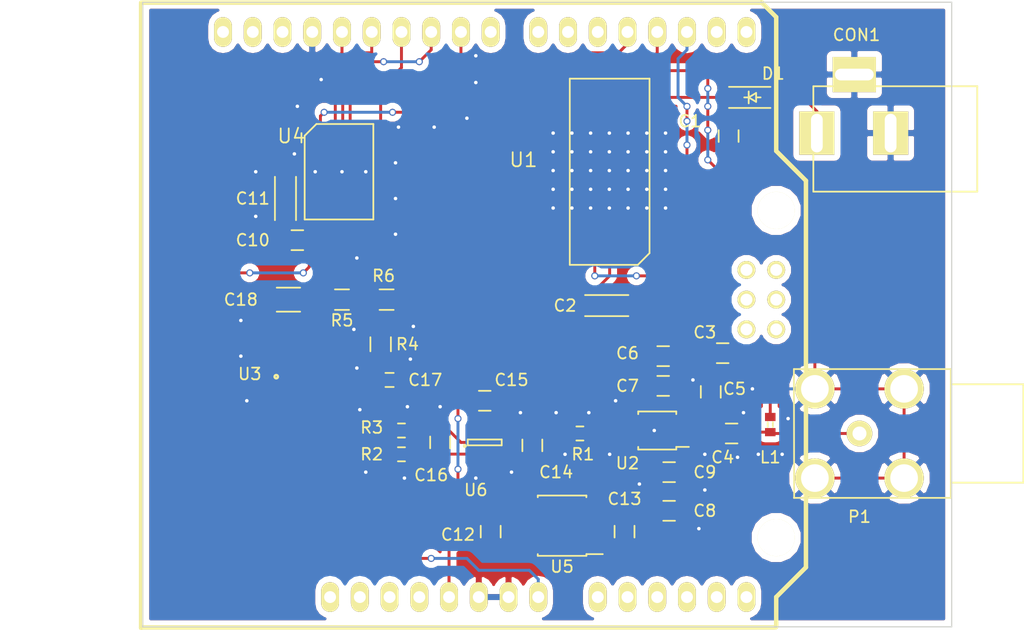
<source format=kicad_pcb>
(kicad_pcb (version 20160815) (host pcbnew 4.80~20160915-)
  (layers (0 F.Cu signal) (31 B.Cu signal) (34 B.Paste user) (35 F.Paste user) (36 B.SilkS user) (37 F.SilkS user) (38 B.Mask user) (39 F.Mask user) (44 Edge.Cuts user))
  (net 0 "")
  (net 1 "Net-(C1-Pad1)")
  (net 2 GND)
  (net 3 "Net-(C2-Pad1)")
  (net 4 "Net-(C3-Pad1)")
  (net 5 "Net-(C4-Pad1)")
  (net 6 "Net-(C4-Pad2)")
  (net 7 "Net-(C5-Pad1)")
  (net 8 "Net-(C10-Pad1)")
  (net 9 "Net-(CON1-Pad1)")
  (net 10 "Net-(SHIELD1-PadAD5)")
  (net 11 "Net-(SHIELD1-PadAD4)")
  (net 12 "Net-(SHIELD1-PadAD3)")
  (net 13 "Net-(SHIELD1-PadAD0)")
  (net 14 "Net-(SHIELD1-PadAD1)")
  (net 15 "Net-(SHIELD1-PadAD2)")
  (net 16 "Net-(SHIELD1-PadV_IN)")
  (net 17 "Net-(SHIELD1-PadRST)")
  (net 18 "Net-(SHIELD1-Pad0)")
  (net 19 "Net-(SHIELD1-Pad1)")
  (net 20 "Net-(SHIELD1-Pad2)")
  (net 21 "Net-(SHIELD1-Pad3)")
  (net 22 "Net-(SHIELD1-Pad4)")
  (net 23 "Net-(SHIELD1-Pad6)")
  (net 24 "Net-(SHIELD1-Pad7)")
  (net 25 "Net-(SHIELD1-Pad8)")
  (net 26 "Net-(SHIELD1-Pad9)")
  (net 27 "Net-(SHIELD1-Pad10)")
  (net 28 "Net-(SHIELD1-Pad11)")
  (net 29 "Net-(SHIELD1-Pad12)")
  (net 30 "Net-(SHIELD1-Pad13)")
  (net 31 "Net-(SHIELD1-PadAREF)")
  (net 32 "Net-(SHIELD1-PadSDA)")
  (net 33 "Net-(SHIELD1-PadSCL)")
  (net 34 "Net-(SHIELD1-PadIO_R)")
  (net 35 "Net-(SHIELD1-PadNC)")
  (net 36 "Net-(SHIELD1-PadSP1)")
  (net 37 "Net-(SHIELD1-PadSP2)")
  (net 38 "Net-(SHIELD1-PadSP3)")
  (net 39 "Net-(SHIELD1-PadSP4)")
  (net 40 "Net-(SHIELD1-PadSP5)")
  (net 41 "Net-(SHIELD1-PadSP6)")
  (net 42 "Net-(U1-Pad10)")
  (net 43 "Net-(U3-Pad7)")
  (net 44 "Net-(U3-Pad1)")
  (net 45 "Net-(U3-Pad3)")
  (net 46 "Net-(U3-Pad8)")
  (net 47 "Net-(U3-Pad5)")
  (net 48 "Net-(C13-Pad1)")
  (net 49 "Net-(C14-Pad1)")
  (net 50 "Net-(C16-Pad1)")
  (net 51 "Net-(C16-Pad2)")
  (net 52 "Net-(C17-Pad1)")
  (net 53 "Net-(C18-Pad1)")
  (net 54 "Net-(R1-Pad2)")
  (net 55 "Net-(R4-Pad1)")
  (net 56 "Net-(SHIELD1-Pad5)")
  (net 57 "Net-(SHIELD1-Pad3V3)")
  (net 58 "Net-(U5-Pad4)")
  (module Arduino_JRE:ARDUINO_SHIELD_Modified (layer F.Cu) (at 102.87 126.746)
    (fp_text reference SHIELD1 hide)
    (fp_text value ARDUINO_SHIELD hide)
    (pad AD5 thru_hole oval (at 63.5 -2.54 90) (size 2.54 1.524) (drill 1.016) (layers *.Cu *.Mask F.SilkS) (net 10 "Net-(SHIELD1-PadAD5)"))
    (pad AD4 thru_hole oval (at 60.96 -2.54 90) (size 2.54 1.524) (drill 1.016) (layers *.Cu *.Mask F.SilkS) (net 11 "Net-(SHIELD1-PadAD4)"))
    (pad AD3 thru_hole oval (at 58.42 -2.54 90) (size 2.54 1.524) (drill 1.016) (layers *.Cu *.Mask F.SilkS) (net 12 "Net-(SHIELD1-PadAD3)"))
    (pad AD0 thru_hole oval (at 50.8 -2.54 90) (size 2.54 1.524) (drill 1.016) (layers *.Cu *.Mask F.SilkS) (net 13 "Net-(SHIELD1-PadAD0)"))
    (pad AD1 thru_hole oval (at 53.34 -2.54 90) (size 2.54 1.524) (drill 1.016) (layers *.Cu *.Mask F.SilkS) (net 14 "Net-(SHIELD1-PadAD1)"))
    (pad AD2 thru_hole oval (at 55.88 -2.54 90) (size 2.54 1.524) (drill 1.016) (layers *.Cu *.Mask F.SilkS) (net 15 "Net-(SHIELD1-PadAD2)"))
    (pad V_IN thru_hole oval (at 45.72 -2.54 90) (size 2.54 1.524) (drill 1.016) (layers *.Cu *.Mask F.SilkS) (net 16 "Net-(SHIELD1-PadV_IN)"))
    (pad GND2 thru_hole oval (at 43.18 -2.54 90) (size 2.54 1.524) (drill 1.016) (layers *.Cu *.Mask F.SilkS) (net 2 GND))
    (pad GND1 thru_hole oval (at 40.64 -2.54 90) (size 2.54 1.524) (drill 1.016) (layers *.Cu *.Mask F.SilkS) (net 2 GND))
    (pad 3V3 thru_hole oval (at 35.56 -2.54 90) (size 2.54 1.524) (drill 1.016) (layers *.Cu *.Mask F.SilkS) (net 57 "Net-(SHIELD1-Pad3V3)"))
    (pad RST thru_hole oval (at 33.02 -2.54 90) (size 2.54 1.524) (drill 1.016) (layers *.Cu *.Mask F.SilkS) (net 17 "Net-(SHIELD1-PadRST)"))
    (pad 0 thru_hole oval (at 63.5 -50.8 90) (size 2.54 1.524) (drill 1.016) (layers *.Cu *.Mask F.SilkS) (net 18 "Net-(SHIELD1-Pad0)"))
    (pad 1 thru_hole oval (at 60.96 -50.8 90) (size 2.54 1.524) (drill 1.016) (layers *.Cu *.Mask F.SilkS) (net 19 "Net-(SHIELD1-Pad1)"))
    (pad 2 thru_hole oval (at 58.42 -50.8 90) (size 2.54 1.524) (drill 1.016) (layers *.Cu *.Mask F.SilkS) (net 20 "Net-(SHIELD1-Pad2)"))
    (pad 3 thru_hole oval (at 55.88 -50.8 90) (size 2.54 1.524) (drill 1.016) (layers *.Cu *.Mask F.SilkS) (net 21 "Net-(SHIELD1-Pad3)"))
    (pad 4 thru_hole oval (at 53.34 -50.8 90) (size 2.54 1.524) (drill 1.016) (layers *.Cu *.Mask F.SilkS) (net 22 "Net-(SHIELD1-Pad4)"))
    (pad 5 thru_hole oval (at 50.8 -50.8 90) (size 2.54 1.524) (drill 1.016) (layers *.Cu *.Mask F.SilkS) (net 56 "Net-(SHIELD1-Pad5)"))
    (pad 6 thru_hole oval (at 48.26 -50.8 90) (size 2.54 1.524) (drill 1.016) (layers *.Cu *.Mask F.SilkS) (net 23 "Net-(SHIELD1-Pad6)"))
    (pad 7 thru_hole oval (at 45.72 -50.8 90) (size 2.54 1.524) (drill 1.016) (layers *.Cu *.Mask F.SilkS) (net 24 "Net-(SHIELD1-Pad7)"))
    (pad 8 thru_hole oval (at 41.656 -50.8 90) (size 2.54 1.524) (drill 1.016) (layers *.Cu *.Mask F.SilkS) (net 25 "Net-(SHIELD1-Pad8)"))
    (pad 9 thru_hole oval (at 39.116 -50.8 90) (size 2.54 1.524) (drill 1.016) (layers *.Cu *.Mask F.SilkS) (net 26 "Net-(SHIELD1-Pad9)"))
    (pad 10 thru_hole oval (at 36.576 -50.8 90) (size 2.54 1.524) (drill 1.016) (layers *.Cu *.Mask F.SilkS) (net 27 "Net-(SHIELD1-Pad10)"))
    (pad 11 thru_hole oval (at 34.036 -50.8 90) (size 2.54 1.524) (drill 1.016) (layers *.Cu *.Mask F.SilkS) (net 28 "Net-(SHIELD1-Pad11)"))
    (pad 12 thru_hole oval (at 31.496 -50.8 90) (size 2.54 1.524) (drill 1.016) (layers *.Cu *.Mask F.SilkS) (net 29 "Net-(SHIELD1-Pad12)"))
    (pad 13 thru_hole oval (at 28.956 -50.8 90) (size 2.54 1.524) (drill 1.016) (layers *.Cu *.Mask F.SilkS) (net 30 "Net-(SHIELD1-Pad13)"))
    (pad GND3 thru_hole oval (at 26.416 -50.8 90) (size 2.54 1.524) (drill 1.016) (layers *.Cu *.Mask F.SilkS) (net 2 GND))
    (pad AREF thru_hole oval (at 23.876 -50.8 90) (size 2.54 1.524) (drill 1.016) (layers *.Cu *.Mask F.SilkS) (net 31 "Net-(SHIELD1-PadAREF)"))
    (pad 5V thru_hole oval (at 38.1 -2.54 90) (size 2.54 1.524) (drill 1.016) (layers *.Cu *.Mask F.SilkS) (net 8 "Net-(C10-Pad1)"))
    (pad "" np_thru_hole circle (at 66.04 -7.62 90) (size 3.175 3.175) (drill 3.175) (layers *.Cu *.Mask F.SilkS))
    (pad "" np_thru_hole circle (at 66.04 -35.56 90) (size 3.175 3.175) (drill 3.175) (layers *.Cu *.Mask F.SilkS))
    (pad SDA thru_hole oval (at 21.336 -50.8 90) (size 2.54 1.524) (drill 1.016) (layers *.Cu *.Mask F.SilkS) (net 32 "Net-(SHIELD1-PadSDA)"))
    (pad SCL thru_hole oval (at 18.796 -50.8 90) (size 2.54 1.524) (drill 1.016) (layers *.Cu *.Mask F.SilkS) (net 33 "Net-(SHIELD1-PadSCL)"))
    (pad IO_R thru_hole oval (at 30.48 -2.54 90) (size 2.54 1.524) (drill 1.016) (layers *.Cu *.Mask F.SilkS) (net 34 "Net-(SHIELD1-PadIO_R)"))
    (pad NC thru_hole oval (at 27.94 -2.54 90) (size 2.54 1.524) (drill 1.016) (layers *.Cu *.Mask F.SilkS) (net 35 "Net-(SHIELD1-PadNC)"))
    (pad SP1 thru_hole circle (at 63.5 -30.48 90) (size 1.524 1.524) (drill 1.016) (layers *.Cu *.Mask F.SilkS) (net 36 "Net-(SHIELD1-PadSP1)"))
    (pad SP2 thru_hole circle (at 66.04 -30.48 90) (size 1.524 1.524) (drill 1.016) (layers *.Cu *.Mask F.SilkS) (net 37 "Net-(SHIELD1-PadSP2)"))
    (pad SP3 thru_hole circle (at 63.5 -27.94 90) (size 1.524 1.524) (drill 1.016) (layers *.Cu *.Mask F.SilkS) (net 38 "Net-(SHIELD1-PadSP3)"))
    (pad SP4 thru_hole circle (at 66.04 -27.94 90) (size 1.524 1.524) (drill 1.016) (layers *.Cu *.Mask F.SilkS) (net 39 "Net-(SHIELD1-PadSP4)"))
    (pad SP5 thru_hole circle (at 63.5 -25.4 90) (size 1.524 1.524) (drill 1.016) (layers *.Cu *.Mask F.SilkS) (net 40 "Net-(SHIELD1-PadSP5)"))
    (pad SP6 thru_hole circle (at 66.04 -25.4 90) (size 1.524 1.524) (drill 1.016) (layers *.Cu *.Mask F.SilkS) (net 41 "Net-(SHIELD1-PadSP6)"))
  )
  (module Vias:Via_0.6mm (layer F.Cu) (at 123.698 107.442)
    (fp_text reference Via** hide)
    (fp_text value Via_0.6mm hide)
    (pad 1 thru_hole circle (at 0 0) (size 0.6 0.6) (drill 0.3) (layers *.Cu) (net 2 GND))
  )
  (module Vias:Via_0.6mm (layer F.Cu) (at 123.19 103.632)
    (fp_text reference Via** hide)
    (fp_text value Via_0.6mm hide)
    (pad 1 thru_hole circle (at 0 0) (size 0.6 0.6) (drill 0.3) (layers *.Cu) (net 2 GND))
  )
  (module Vias:Via_0.6mm (layer F.Cu) (at 123.19 100.584)
    (fp_text reference Via** hide)
    (fp_text value Via_0.6mm hide)
    (pad 1 thru_hole circle (at 0 0) (size 0.6 0.6) (drill 0.3) (layers *.Cu) (net 2 GND))
  )
  (module Vias:Via_0.6mm (layer F.Cu) (at 124.46 91.694)
    (fp_text reference Via** hide)
    (fp_text value Via_0.6mm hide)
    (pad 1 thru_hole circle (at 0 0) (size 0.6 0.6) (drill 0.3) (layers *.Cu) (net 2 GND))
  )
  (module Vias:Via_0.6mm (layer F.Cu) (at 124.46 87.884)
    (fp_text reference Via** hide)
    (fp_text value Via_0.6mm hide)
    (pad 1 thru_hole circle (at 0 0) (size 0.6 0.6) (drill 0.3) (layers *.Cu) (net 2 GND))
  )
  (module Vias:Via_0.6mm (layer F.Cu) (at 161.798 105.664)
    (fp_text reference Via** hide)
    (fp_text value Via_0.6mm hide)
    (pad 1 thru_hole circle (at 0 0) (size 0.6 0.6) (drill 0.3) (layers *.Cu) (net 2 GND))
  )
  (module Vias:Via_0.6mm (layer F.Cu) (at 157.226 114.554)
    (fp_text reference Via** hide)
    (fp_text value Via_0.6mm hide)
    (pad 1 thru_hole circle (at 0 0) (size 0.6 0.6) (drill 0.3) (layers *.Cu) (net 2 GND))
  )
  (module Vias:Via_0.6mm (layer F.Cu) (at 162.306 118.364)
    (fp_text reference Via** hide)
    (fp_text value Via_0.6mm hide)
    (pad 1 thru_hole circle (at 0 0) (size 0.6 0.6) (drill 0.3) (layers *.Cu) (net 2 GND))
  )
  (module Vias:Via_0.6mm (layer F.Cu) (at 162.814 115.062)
    (fp_text reference Via** hide)
    (fp_text value Via_0.6mm hide)
    (pad 1 thru_hole circle (at 0 0) (size 0.6 0.6) (drill 0.3) (layers *.Cu) (net 2 GND))
  )
  (module Vias:Via_0.6mm (layer F.Cu) (at 155.194 107.442)
    (fp_text reference Via** hide)
    (fp_text value Via_0.6mm hide)
    (pad 1 thru_hole circle (at 0 0) (size 0.6 0.6) (drill 0.3) (layers *.Cu) (net 2 GND))
  )
  (module Vias:Via_0.6mm (layer F.Cu) (at 150.876 112.014)
    (fp_text reference Via** hide)
    (fp_text value Via_0.6mm hide)
    (pad 1 thru_hole circle (at 0 0) (size 0.6 0.6) (drill 0.3) (layers *.Cu) (net 2 GND))
  )
  (module Vias:Via_0.6mm (layer F.Cu) (at 154.686 112.014)
    (fp_text reference Via** hide)
    (fp_text value Via_0.6mm hide)
    (pad 1 thru_hole circle (at 0 0) (size 0.6 0.6) (drill 0.3) (layers *.Cu) (net 2 GND))
  )
  (module Vias:Via_0.6mm (layer F.Cu) (at 152.908 108.458)
    (fp_text reference Via** hide)
    (fp_text value Via_0.6mm hide)
    (pad 1 thru_hole circle (at 0 0) (size 0.6 0.6) (drill 0.3) (layers *.Cu) (net 2 GND))
  )
  (module Vias:Via_0.6mm (layer F.Cu) (at 150.114 108.458)
    (fp_text reference Via** hide)
    (fp_text value Via_0.6mm hide)
    (pad 1 thru_hole circle (at 0 0) (size 0.6 0.6) (drill 0.3) (layers *.Cu) (net 2 GND))
  )
  (module Vias:Via_0.6mm (layer F.Cu) (at 147.066 108.458)
    (fp_text reference Via** hide)
    (fp_text value Via_0.6mm hide)
    (pad 1 thru_hole circle (at 0 0) (size 0.6 0.6) (drill 0.3) (layers *.Cu) (net 2 GND))
  )
  (module Vias:Via_0.6mm (layer F.Cu) (at 143.256 114.046)
    (fp_text reference Via** hide)
    (fp_text value Via_0.6mm hide)
    (pad 1 thru_hole circle (at 0 0) (size 0.6 0.6) (drill 0.3) (layers *.Cu) (net 2 GND))
  )
  (module Vias:Via_0.6mm (layer F.Cu) (at 146.304 113.538)
    (fp_text reference Via** hide)
    (fp_text value Via_0.6mm hide)
    (pad 1 thru_hole circle (at 0 0) (size 0.6 0.6) (drill 0.3) (layers *.Cu) (net 2 GND))
  )
  (module Vias:Via_0.6mm (layer F.Cu) (at 137.922 101.092)
    (fp_text reference Via** hide)
    (fp_text value Via_0.6mm hide)
    (pad 1 thru_hole circle (at 0 0) (size 0.6 0.6) (drill 0.3) (layers *.Cu) (net 2 GND))
  )
  (module Vias:Via_0.6mm (layer F.Cu) (at 137.668 103.886)
    (fp_text reference Via** hide)
    (fp_text value Via_0.6mm hide)
    (pad 1 thru_hole circle (at 0 0) (size 0.6 0.6) (drill 0.3) (layers *.Cu) (net 2 GND))
  )
  (module Vias:Via_0.6mm (layer F.Cu) (at 140.208 107.95)
    (fp_text reference Via** hide)
    (fp_text value Via_0.6mm hide)
    (pad 1 thru_hole circle (at 0 0) (size 0.6 0.6) (drill 0.3) (layers *.Cu) (net 2 GND))
  )
  (module Vias:Via_0.6mm (layer F.Cu) (at 137.414 107.95)
    (fp_text reference Via** hide)
    (fp_text value Via_0.6mm hide)
    (pad 1 thru_hole circle (at 0 0) (size 0.6 0.6) (drill 0.3) (layers *.Cu) (net 2 GND))
  )
  (module Vias:Via_0.6mm (layer F.Cu) (at 137.16 114.046)
    (fp_text reference Via** hide)
    (fp_text value Via_0.6mm hide)
    (pad 1 thru_hole circle (at 0 0) (size 0.6 0.6) (drill 0.3) (layers *.Cu) (net 2 GND))
  )
  (module Vias:Via_0.6mm (layer F.Cu) (at 133.858 113.538)
    (fp_text reference Via** hide)
    (fp_text value Via_0.6mm hide)
    (pad 1 thru_hole circle (at 0 0) (size 0.6 0.6) (drill 0.3) (layers *.Cu) (net 2 GND))
  )
  (module Vias:Via_0.6mm (layer F.Cu) (at 133.35 108.204)
    (fp_text reference Via** hide)
    (fp_text value Via_0.6mm hide)
    (pad 1 thru_hole circle (at 0 0) (size 0.6 0.6) (drill 0.3) (layers *.Cu) (net 2 GND))
  )
  (module Vias:Via_0.6mm (layer F.Cu) (at 133.096 104.648)
    (fp_text reference Via** hide)
    (fp_text value Via_0.6mm hide)
    (pad 1 thru_hole circle (at 0 0) (size 0.6 0.6) (drill 0.3) (layers *.Cu) (net 2 GND))
  )
  (module Vias:Via_0.6mm (layer F.Cu) (at 132.842 101.346)
    (fp_text reference Via** hide)
    (fp_text value Via_0.6mm hide)
    (pad 1 thru_hole circle (at 0 0) (size 0.6 0.6) (drill 0.3) (layers *.Cu) (net 2 GND))
  )
  (module Vias:Via_0.6mm (layer F.Cu) (at 133.858 87.884)
    (fp_text reference Via** hide)
    (fp_text value Via_0.6mm hide)
    (pad 1 thru_hole circle (at 0 0) (size 0.6 0.6) (drill 0.3) (layers *.Cu) (net 2 GND))
  )
  (module Vias:Via_0.6mm (layer F.Cu) (at 131.826 87.884)
    (fp_text reference Via** hide)
    (fp_text value Via_0.6mm hide)
    (pad 1 thru_hole circle (at 0 0) (size 0.6 0.6) (drill 0.3) (layers *.Cu) (net 2 GND))
  )
  (module Vias:Via_0.6mm (layer F.Cu) (at 129.54 87.884)
    (fp_text reference Via** hide)
    (fp_text value Via_0.6mm hide)
    (pad 1 thru_hole circle (at 0 0) (size 0.6 0.6) (drill 0.3) (layers *.Cu) (net 2 GND))
  )
  (module Vias:Via_0.6mm (layer F.Cu) (at 127.762 86.36)
    (fp_text reference Via** hide)
    (fp_text value Via_0.6mm hide)
    (pad 1 thru_hole circle (at 0 0) (size 0.6 0.6) (drill 0.3) (layers *.Cu) (net 2 GND))
  )
  (module Vias:Via_0.6mm (layer F.Cu) (at 128.016 82.296)
    (fp_text reference Via** hide)
    (fp_text value Via_0.6mm hide)
    (pad 1 thru_hole circle (at 0 0) (size 0.6 0.6) (drill 0.3) (layers *.Cu) (net 2 GND))
  )
  (module Vias:Via_0.6mm (layer F.Cu) (at 130.048 80.01)
    (fp_text reference Via** hide)
    (fp_text value Via_0.6mm hide)
    (pad 1 thru_hole circle (at 0 0) (size 0.6 0.6) (drill 0.3) (layers *.Cu) (net 2 GND))
  )
  (module Vias:Via_0.6mm (layer F.Cu) (at 143.256 77.978)
    (fp_text reference Via** hide)
    (fp_text value Via_0.6mm hide)
    (pad 1 thru_hole circle (at 0 0) (size 0.6 0.6) (drill 0.3) (layers *.Cu) (net 2 GND))
  )
  (module Vias:Via_0.6mm (layer F.Cu) (at 143.256 80.264)
    (fp_text reference Via** hide)
    (fp_text value Via_0.6mm hide)
    (pad 1 thru_hole circle (at 0 0) (size 0.6 0.6) (drill 0.3) (layers *.Cu) (net 2 GND))
  )
  (module Vias:Via_0.6mm (layer F.Cu) (at 142.494 83.312)
    (fp_text reference Via** hide)
    (fp_text value Via_0.6mm hide)
    (pad 1 thru_hole circle (at 0 0) (size 0.6 0.6) (drill 0.3) (layers *.Cu) (net 2 GND))
  )
  (module Vias:Via_0.6mm (layer F.Cu) (at 139.7 84.074)
    (fp_text reference Via** hide)
    (fp_text value Via_0.6mm hide)
    (pad 1 thru_hole circle (at 0 0) (size 0.6 0.6) (drill 0.3) (layers *.Cu) (net 2 GND))
  )
  (module Vias:Via_0.6mm (layer F.Cu) (at 136.652 84.074)
    (fp_text reference Via** hide)
    (fp_text value Via_0.6mm hide)
    (pad 1 thru_hole circle (at 0 0) (size 0.6 0.6) (drill 0.3) (layers *.Cu) (net 2 GND))
  )
  (module Vias:Via_0.6mm (layer F.Cu) (at 136.398 87.122)
    (fp_text reference Via** hide)
    (fp_text value Via_0.6mm hide)
    (pad 1 thru_hole circle (at 0 0) (size 0.6 0.6) (drill 0.3) (layers *.Cu) (net 2 GND))
  )
  (module Vias:Via_0.6mm (layer F.Cu) (at 136.398 90.17)
    (fp_text reference Via** hide)
    (fp_text value Via_0.6mm hide)
    (pad 1 thru_hole circle (at 0 0) (size 0.6 0.6) (drill 0.3) (layers *.Cu) (net 2 GND))
  )
  (module Vias:Via_0.6mm (layer F.Cu) (at 136.398 93.218)
    (fp_text reference Via** hide)
    (fp_text value Via_0.6mm hide)
    (pad 1 thru_hole circle (at 0 0) (size 0.6 0.6) (drill 0.3) (layers *.Cu) (net 2 GND))
  )
  (module Vias:Via_0.6mm (layer F.Cu) (at 133.096 95.25)
    (fp_text reference Via** hide)
    (fp_text value Via_0.6mm hide)
    (pad 1 thru_hole circle (at 0 0) (size 0.6 0.6) (drill 0.3) (layers *.Cu) (net 2 GND))
  )
  (module Vias:Via_0.6mm (layer F.Cu) (at 169.926 108.966)
    (fp_text reference Via** hide)
    (fp_text value Via_0.6mm hide)
    (pad 1 thru_hole circle (at 0 0) (size 0.6 0.6) (drill 0.3) (layers *.Cu) (net 2 GND))
  )
  (module Vias:Via_0.6mm (layer F.Cu) (at 166.116 108.458)
    (fp_text reference Via** hide)
    (fp_text value Via_0.6mm hide)
    (pad 1 thru_hole circle (at 0 0) (size 0.6 0.6) (drill 0.3) (layers *.Cu) (net 2 GND))
  )
  (module Vias:Via_0.6mm (layer F.Cu) (at 162.814 112.014)
    (fp_text reference Via** hide)
    (fp_text value Via_0.6mm hide)
    (pad 1 thru_hole circle (at 0 0) (size 0.6 0.6) (drill 0.3) (layers *.Cu) (net 2 GND))
  )
  (module Vias:Via_0.6mm (layer F.Cu) (at 165.608 112.268)
    (fp_text reference Via** hide)
    (fp_text value Via_0.6mm hide)
    (pad 1 thru_hole circle (at 0 0) (size 0.6 0.6) (drill 0.3) (layers *.Cu) (net 2 GND))
  )
  (module Vias:Via_0.6mm (layer F.Cu) (at 167.386 112.014)
    (fp_text reference Via** hide)
    (fp_text value Via_0.6mm hide)
    (pad 1 thru_hole circle (at 0 0) (size 0.6 0.6) (drill 0.3) (layers *.Cu) (net 2 GND))
  )
  (module Vias:Via_0.6mm (layer F.Cu) (at 169.418 112.014)
    (fp_text reference Via** hide)
    (fp_text value Via_0.6mm hide)
    (pad 1 thru_hole circle (at 0 0) (size 0.6 0.6) (drill 0.3) (layers *.Cu) (net 2 GND))
  )
  (module Capacitors_SMD:C_0805 (layer F.Cu) (at 163.322 106.68 90)
    (fp_text reference C5 (at 0.254 2.032 180) (layer F.SilkS))
    (fp_text value 680pF)
    (pad 1 smd rect (at -1 0 90) (size 1 1.25) (layers F.Cu F.Paste F.Mask) (net 7 "Net-(C5-Pad1)"))
    (pad 2 smd rect (at 1 0 90) (size 1 1.25) (layers F.Cu F.Paste F.Mask) (net 2 GND))
  )
  (module SSOP_JRE:SOIC-16 (layer F.Cu) (at 131.572 87.884)
    (fp_text reference U4 (at -4.064 -3.048 180) (layer F.SilkS) (effects (font (size 1.2 1.2))))
    (fp_text value LTC2440)
    (pad 16 smd rect (at -2.2225 -2.4765) (size 0.4191 2.2) (layers F.Cu F.Paste F.Mask) (net 2 GND))
    (pad 1 smd rect (at -2.2225 2.4765) (size 0.4191 2.2) (layers F.Cu F.Paste F.Mask) (net 2 GND))
    (pad 15 smd rect (at -1.5875 -2.4765) (size 0.4191 2.2) (layers F.Cu F.Paste F.Mask) (net 26 "Net-(SHIELD1-Pad9)"))
    (pad 2 smd rect (at -1.5875 2.4765) (size 0.4191 2.2) (layers F.Cu F.Paste F.Mask) (net 8 "Net-(C10-Pad1)"))
    (pad 14 smd rect (at -0.9525 -2.4765) (size 0.4191 2.2) (layers F.Cu F.Paste F.Mask) (net 2 GND))
    (pad 3 smd rect (at -0.9525 2.4765) (size 0.4191 2.2) (layers F.Cu F.Paste F.Mask) (net 53 "Net-(C18-Pad1)"))
    (pad 13 smd rect (at -0.3175 -2.4765) (size 0.4191 2.2) (layers F.Cu F.Paste F.Mask) (net 30 "Net-(SHIELD1-Pad13)"))
    (pad 4 smd rect (at -0.3175 2.4765) (size 0.4191 2.2) (layers F.Cu F.Paste F.Mask) (net 2 GND))
    (pad 12 smd rect (at 0.3175 -2.4765) (size 0.4191 2.2) (layers F.Cu F.Paste F.Mask) (net 29 "Net-(SHIELD1-Pad12)"))
    (pad 5 smd rect (at 0.3175 2.4765) (size 0.4191 2.2) (layers F.Cu F.Paste F.Mask) (net 55 "Net-(R4-Pad1)"))
    (pad 11 smd rect (at 0.9525 -2.4765) (size 0.4191 2.2) (layers F.Cu F.Paste F.Mask) (net 27 "Net-(SHIELD1-Pad10)"))
    (pad 6 smd rect (at 0.9525 2.4765) (size 0.4191 2.2) (layers F.Cu F.Paste F.Mask) (net 2 GND))
    (pad 10 smd rect (at 1.5875 -2.4765) (size 0.4191 2.2) (layers F.Cu F.Paste F.Mask) (net 2 GND))
    (pad 7 smd rect (at 1.5875 2.4765) (size 0.4191 2.2) (layers F.Cu F.Paste F.Mask) (net 28 "Net-(SHIELD1-Pad11)"))
    (pad 9 smd rect (at 2.2225 -2.4765) (size 0.4191 2.2) (layers F.Cu F.Paste F.Mask) (net 2 GND))
    (pad 8 smd rect (at 2.2225 2.4765) (size 0.4191 2.2) (layers F.Cu F.Paste F.Mask) (net 2 GND))
  )
  (module Vias:Via_0.6mm (layer F.Cu) (at 158.496 109.982)
    (fp_text reference Via** hide)
    (fp_text value Via_0.6mm hide)
    (pad 1 thru_hole circle (at 0 0) (size 0.6 0.6) (drill 0.3) (layers *.Cu) (net 2 GND))
  )
  (module Vias:Via_0.6mm (layer F.Cu) (at 166.878 106.426)
    (fp_text reference Via** hide)
    (fp_text value Via_0.6mm hide)
    (pad 1 thru_hole circle (at 0 0) (size 0.6 0.6) (drill 0.3) (layers *.Cu) (net 2 GND))
  )
  (module Vias:Via_0.6mm (layer F.Cu) (at 159.46 90.982)
    (fp_text reference Via** hide)
    (fp_text value Via_0.6mm hide)
    (pad 1 thru_hole circle (at 0 0) (size 0.6 0.6) (drill 0.3) (layers *.Cu) (net 2 GND))
  )
  (module Vias:Via_0.6mm (layer F.Cu) (at 157.86 90.982)
    (fp_text reference Via** hide)
    (fp_text value Via_0.6mm hide)
    (pad 1 thru_hole circle (at 0 0) (size 0.6 0.6) (drill 0.3) (layers *.Cu) (net 2 GND))
  )
  (module Vias:Via_0.6mm (layer F.Cu) (at 156.26 90.982)
    (fp_text reference Via** hide)
    (fp_text value Via_0.6mm hide)
    (pad 1 thru_hole circle (at 0 0) (size 0.6 0.6) (drill 0.3) (layers *.Cu) (net 2 GND))
  )
  (module Vias:Via_0.6mm (layer F.Cu) (at 154.66 90.982)
    (fp_text reference Via** hide)
    (fp_text value Via_0.6mm hide)
    (pad 1 thru_hole circle (at 0 0) (size 0.6 0.6) (drill 0.3) (layers *.Cu) (net 2 GND))
  )
  (module Vias:Via_0.6mm (layer F.Cu) (at 153.06 90.982)
    (fp_text reference Via** hide)
    (fp_text value Via_0.6mm hide)
    (pad 1 thru_hole circle (at 0 0) (size 0.6 0.6) (drill 0.3) (layers *.Cu) (net 2 GND))
  )
  (module Vias:Via_0.6mm (layer F.Cu) (at 151.46 90.982)
    (fp_text reference Via** hide)
    (fp_text value Via_0.6mm hide)
    (pad 1 thru_hole circle (at 0 0) (size 0.6 0.6) (drill 0.3) (layers *.Cu) (net 2 GND))
  )
  (module Vias:Via_0.6mm (layer F.Cu) (at 149.86 90.982)
    (fp_text reference Via** hide)
    (fp_text value Via_0.6mm hide)
    (pad 1 thru_hole circle (at 0 0) (size 0.6 0.6) (drill 0.3) (layers *.Cu) (net 2 GND))
  )
  (module Vias:Via_0.6mm (layer F.Cu) (at 159.46 89.382)
    (fp_text reference Via** hide)
    (fp_text value Via_0.6mm hide)
    (pad 1 thru_hole circle (at 0 0) (size 0.6 0.6) (drill 0.3) (layers *.Cu) (net 2 GND))
  )
  (module Vias:Via_0.6mm (layer F.Cu) (at 157.86 89.382)
    (fp_text reference Via** hide)
    (fp_text value Via_0.6mm hide)
    (pad 1 thru_hole circle (at 0 0) (size 0.6 0.6) (drill 0.3) (layers *.Cu) (net 2 GND))
  )
  (module Vias:Via_0.6mm (layer F.Cu) (at 156.26 89.382)
    (fp_text reference Via** hide)
    (fp_text value Via_0.6mm hide)
    (pad 1 thru_hole circle (at 0 0) (size 0.6 0.6) (drill 0.3) (layers *.Cu) (net 2 GND))
  )
  (module Vias:Via_0.6mm (layer F.Cu) (at 154.66 89.382)
    (fp_text reference Via** hide)
    (fp_text value Via_0.6mm hide)
    (pad 1 thru_hole circle (at 0 0) (size 0.6 0.6) (drill 0.3) (layers *.Cu) (net 2 GND))
  )
  (module Vias:Via_0.6mm (layer F.Cu) (at 153.06 89.382)
    (fp_text reference Via** hide)
    (fp_text value Via_0.6mm hide)
    (pad 1 thru_hole circle (at 0 0) (size 0.6 0.6) (drill 0.3) (layers *.Cu) (net 2 GND))
  )
  (module Vias:Via_0.6mm (layer F.Cu) (at 151.46 89.382)
    (fp_text reference Via** hide)
    (fp_text value Via_0.6mm hide)
    (pad 1 thru_hole circle (at 0 0) (size 0.6 0.6) (drill 0.3) (layers *.Cu) (net 2 GND))
  )
  (module Vias:Via_0.6mm (layer F.Cu) (at 149.86 89.382)
    (fp_text reference Via** hide)
    (fp_text value Via_0.6mm hide)
    (pad 1 thru_hole circle (at 0 0) (size 0.6 0.6) (drill 0.3) (layers *.Cu) (net 2 GND))
  )
  (module Vias:Via_0.6mm (layer F.Cu) (at 159.46 87.782)
    (fp_text reference Via** hide)
    (fp_text value Via_0.6mm hide)
    (pad 1 thru_hole circle (at 0 0) (size 0.6 0.6) (drill 0.3) (layers *.Cu) (net 2 GND))
  )
  (module Vias:Via_0.6mm (layer F.Cu) (at 157.86 87.782)
    (fp_text reference Via** hide)
    (fp_text value Via_0.6mm hide)
    (pad 1 thru_hole circle (at 0 0) (size 0.6 0.6) (drill 0.3) (layers *.Cu) (net 2 GND))
  )
  (module Vias:Via_0.6mm (layer F.Cu) (at 156.26 87.782)
    (fp_text reference Via** hide)
    (fp_text value Via_0.6mm hide)
    (pad 1 thru_hole circle (at 0 0) (size 0.6 0.6) (drill 0.3) (layers *.Cu) (net 2 GND))
  )
  (module Vias:Via_0.6mm (layer F.Cu) (at 154.66 87.782)
    (fp_text reference Via** hide)
    (fp_text value Via_0.6mm hide)
    (pad 1 thru_hole circle (at 0 0) (size 0.6 0.6) (drill 0.3) (layers *.Cu) (net 2 GND))
  )
  (module Vias:Via_0.6mm (layer F.Cu) (at 153.06 87.782)
    (fp_text reference Via** hide)
    (fp_text value Via_0.6mm hide)
    (pad 1 thru_hole circle (at 0 0) (size 0.6 0.6) (drill 0.3) (layers *.Cu) (net 2 GND))
  )
  (module Vias:Via_0.6mm (layer F.Cu) (at 151.46 87.782)
    (fp_text reference Via** hide)
    (fp_text value Via_0.6mm hide)
    (pad 1 thru_hole circle (at 0 0) (size 0.6 0.6) (drill 0.3) (layers *.Cu) (net 2 GND))
  )
  (module Vias:Via_0.6mm (layer F.Cu) (at 149.86 87.782)
    (fp_text reference Via** hide)
    (fp_text value Via_0.6mm hide)
    (pad 1 thru_hole circle (at 0 0) (size 0.6 0.6) (drill 0.3) (layers *.Cu) (net 2 GND))
  )
  (module Vias:Via_0.6mm (layer F.Cu) (at 159.46 86.182)
    (fp_text reference Via** hide)
    (fp_text value Via_0.6mm hide)
    (pad 1 thru_hole circle (at 0 0) (size 0.6 0.6) (drill 0.3) (layers *.Cu) (net 2 GND))
  )
  (module Vias:Via_0.6mm (layer F.Cu) (at 157.86 86.182)
    (fp_text reference Via** hide)
    (fp_text value Via_0.6mm hide)
    (pad 1 thru_hole circle (at 0 0) (size 0.6 0.6) (drill 0.3) (layers *.Cu) (net 2 GND))
  )
  (module Vias:Via_0.6mm (layer F.Cu) (at 156.26 86.182)
    (fp_text reference Via** hide)
    (fp_text value Via_0.6mm hide)
    (pad 1 thru_hole circle (at 0 0) (size 0.6 0.6) (drill 0.3) (layers *.Cu) (net 2 GND))
  )
  (module Vias:Via_0.6mm (layer F.Cu) (at 154.66 86.182)
    (fp_text reference Via** hide)
    (fp_text value Via_0.6mm hide)
    (pad 1 thru_hole circle (at 0 0) (size 0.6 0.6) (drill 0.3) (layers *.Cu) (net 2 GND))
  )
  (module Vias:Via_0.6mm (layer F.Cu) (at 153.06 86.182)
    (fp_text reference Via** hide)
    (fp_text value Via_0.6mm hide)
    (pad 1 thru_hole circle (at 0 0) (size 0.6 0.6) (drill 0.3) (layers *.Cu) (net 2 GND))
  )
  (module Vias:Via_0.6mm (layer F.Cu) (at 151.46 86.182)
    (fp_text reference Via** hide)
    (fp_text value Via_0.6mm hide)
    (pad 1 thru_hole circle (at 0 0) (size 0.6 0.6) (drill 0.3) (layers *.Cu) (net 2 GND))
  )
  (module Vias:Via_0.6mm (layer F.Cu) (at 149.86 86.182)
    (fp_text reference Via** hide)
    (fp_text value Via_0.6mm hide)
    (pad 1 thru_hole circle (at 0 0) (size 0.6 0.6) (drill 0.3) (layers *.Cu) (net 2 GND))
  )
  (module Vias:Via_0.6mm (layer F.Cu) (at 159.46 84.582)
    (fp_text reference Via** hide)
    (fp_text value Via_0.6mm hide)
    (pad 1 thru_hole circle (at 0 0) (size 0.6 0.6) (drill 0.3) (layers *.Cu) (net 2 GND))
  )
  (module Vias:Via_0.6mm (layer F.Cu) (at 157.86 84.582)
    (fp_text reference Via** hide)
    (fp_text value Via_0.6mm hide)
    (pad 1 thru_hole circle (at 0 0) (size 0.6 0.6) (drill 0.3) (layers *.Cu) (net 2 GND))
  )
  (module Vias:Via_0.6mm (layer F.Cu) (at 156.26 84.582)
    (fp_text reference Via** hide)
    (fp_text value Via_0.6mm hide)
    (pad 1 thru_hole circle (at 0 0) (size 0.6 0.6) (drill 0.3) (layers *.Cu) (net 2 GND))
  )
  (module Vias:Via_0.6mm (layer F.Cu) (at 154.66 84.582)
    (fp_text reference Via** hide)
    (fp_text value Via_0.6mm hide)
    (pad 1 thru_hole circle (at 0 0) (size 0.6 0.6) (drill 0.3) (layers *.Cu) (net 2 GND))
  )
  (module Vias:Via_0.6mm (layer F.Cu) (at 153.06 84.582)
    (fp_text reference Via** hide)
    (fp_text value Via_0.6mm hide)
    (pad 1 thru_hole circle (at 0 0) (size 0.6 0.6) (drill 0.3) (layers *.Cu) (net 2 GND))
  )
  (module Vias:Via_0.6mm (layer F.Cu) (at 151.46 84.582)
    (fp_text reference Via** hide)
    (fp_text value Via_0.6mm hide)
    (pad 1 thru_hole circle (at 0 0) (size 0.6 0.6) (drill 0.3) (layers *.Cu) (net 2 GND))
  )
  (module Capacitors_SMD:C_0805 (layer F.Cu) (at 164.846 84.836 270)
    (fp_text reference C1 (at -1.27 3.302) (layer F.SilkS))
    (fp_text value 100nF)
    (pad 1 smd rect (at -1 0 270) (size 1 1.25) (layers F.Cu F.Paste F.Mask) (net 1 "Net-(C1-Pad1)"))
    (pad 2 smd rect (at 1 0 270) (size 1 1.25) (layers F.Cu F.Paste F.Mask) (net 2 GND))
  )
  (module Capacitors_Tantalum_SMD:TantalC_SizeA_EIA-3216_Reflow (layer F.Cu) (at 154.686 99.314)
    (fp_text reference C2 (at -3.81 0) (layer F.SilkS))
    (fp_text value 4.7µF)
    (pad 2 smd rect (at 1.31 0) (size 1.8 1.23) (layers F.Cu F.Paste F.Mask) (net 2 GND))
    (pad 1 smd rect (at -1.31 0) (size 1.8 1.23) (layers F.Cu F.Paste F.Mask) (net 3 "Net-(C2-Pad1)"))
  )
  (module Capacitors_SMD:C_0805 (layer F.Cu) (at 164.338 103.378 180)
    (fp_text reference C3 (at 1.524 1.778) (layer F.SilkS))
    (fp_text value 47nF)
    (pad 1 smd rect (at -1 0 180) (size 1 1.25) (layers F.Cu F.Paste F.Mask) (net 4 "Net-(C3-Pad1)"))
    (pad 2 smd rect (at 1 0 180) (size 1 1.25) (layers F.Cu F.Paste F.Mask) (net 2 GND))
  )
  (module Capacitors_SMD:C_0805 (layer F.Cu) (at 165.1 110.236)
    (fp_text reference C4 (at -0.762 2.032) (layer F.SilkS))
    (fp_text value 680pF)
    (pad 1 smd rect (at -1 0) (size 1 1.25) (layers F.Cu F.Paste F.Mask) (net 5 "Net-(C4-Pad1)"))
    (pad 2 smd rect (at 1 0) (size 1 1.25) (layers F.Cu F.Paste F.Mask) (net 6 "Net-(C4-Pad2)"))
  )
  (module Capacitors_SMD:C_0805 (layer F.Cu) (at 159.258 103.632)
    (fp_text reference C6 (at -3.048 -0.254) (layer F.SilkS))
    (fp_text value 100nF)
    (pad 1 smd rect (at -1 0) (size 1 1.25) (layers F.Cu F.Paste F.Mask) (net 2 GND))
    (pad 2 smd rect (at 1 0) (size 1 1.25) (layers F.Cu F.Paste F.Mask) (net 48 "Net-(C13-Pad1)"))
  )
  (module Capacitors_SMD:C_0805 (layer F.Cu) (at 159.258 106.172)
    (fp_text reference C7 (at -3.048 0) (layer F.SilkS))
    (fp_text value 100pF)
    (pad 1 smd rect (at -1 0) (size 1 1.25) (layers F.Cu F.Paste F.Mask) (net 2 GND))
    (pad 2 smd rect (at 1 0) (size 1 1.25) (layers F.Cu F.Paste F.Mask) (net 48 "Net-(C13-Pad1)"))
  )
  (module Capacitors_SMD:C_0805 (layer F.Cu) (at 159.766 116.84)
    (fp_text reference C8 (at 3.048 0) (layer F.SilkS))
    (fp_text value 100nF)
    (pad 1 smd rect (at -1 0) (size 1 1.25) (layers F.Cu F.Paste F.Mask) (net 2 GND))
    (pad 2 smd rect (at 1 0) (size 1 1.25) (layers F.Cu F.Paste F.Mask) (net 48 "Net-(C13-Pad1)"))
  )
  (module Capacitors_SMD:C_0805 (layer F.Cu) (at 159.766 113.538)
    (fp_text reference C9 (at 3.048 0) (layer F.SilkS))
    (fp_text value 100pF)
    (pad 1 smd rect (at -1 0) (size 1 1.25) (layers F.Cu F.Paste F.Mask) (net 2 GND))
    (pad 2 smd rect (at 1 0) (size 1 1.25) (layers F.Cu F.Paste F.Mask) (net 48 "Net-(C13-Pad1)"))
  )
  (module Capacitors_SMD:C_0805 (layer F.Cu) (at 128.016 93.726 180)
    (fp_text reference C10 (at 3.81 0) (layer F.SilkS))
    (fp_text value 100nF)
    (pad 1 smd rect (at -1 0 180) (size 1 1.25) (layers F.Cu F.Paste F.Mask) (net 8 "Net-(C10-Pad1)"))
    (pad 2 smd rect (at 1 0 180) (size 1 1.25) (layers F.Cu F.Paste F.Mask) (net 2 GND))
  )
  (module Capacitors_Tantalum_SMD:TantalC_SizeA_EIA-3216_Reflow (layer F.Cu) (at 127 89.916 90)
    (fp_text reference C11 (at -0.254 -2.794 180) (layer F.SilkS))
    (fp_text value 10µF)
    (pad 2 smd rect (at 1.31 0 90) (size 1.8 1.23) (layers F.Cu F.Paste F.Mask) (net 2 GND))
    (pad 1 smd rect (at -1.31 0 90) (size 1.8 1.23) (layers F.Cu F.Paste F.Mask) (net 8 "Net-(C10-Pad1)"))
  )
  (module Connectors-Power:Cliff_DC-10A (layer F.Cu) (at 186.182 84.582)
    (fp_text reference CON1 (at -10.414 -8.382 180) (layer F.SilkS))
    (fp_text value "LNB Power 22V")
    (pad 3 thru_hole rect (at -7.5 0) (size 3 3.7) (drill oval 1 3.3) (layers *.Cu *.Mask F.SilkS) (net 2 GND))
    (pad 2 thru_hole rect (at -10.6 -5 90) (size 3 3.7) (drill oval 1 3.3) (layers *.Cu *.Mask F.SilkS) (net 2 GND))
    (pad 1 thru_hole rect (at -13.8 0) (size 3 3.7) (drill oval 1 3.3) (layers *.Cu *.Mask F.SilkS) (net 9 "Net-(CON1-Pad1)"))
  )
  (module Diodes_SMD:SOD-123 (layer F.Cu) (at 166.878 81.534)
    (fp_text reference D1 (at 1.778 -2.032) (layer F.SilkS))
    (fp_text value RB160M-30)
    (pad 1 smd rect (at -1.635 0) (size 0.91 1.22) (layers F.Cu F.Paste F.Mask) (net 1 "Net-(C1-Pad1)"))
    (pad 2 smd rect (at 1.635 0) (size 0.91 1.22) (layers F.Cu F.Paste F.Mask) (net 9 "Net-(CON1-Pad1)"))
  )
  (module freetronics:0402 (layer F.Cu) (at 168.402 109.474 270)
    (fp_text reference L1 (at 2.794 0 180) (layer F.SilkS))
    (fp_text value 2.4µH hide)
    (pad 1 smd rect (at -0.6477 0 270) (size 0.6985 0.89916) (layers F.Cu F.Paste F.Mask) (net 4 "Net-(C3-Pad1)"))
    (pad 2 smd rect (at 0.6477 0 270) (size 0.6985 0.89916) (layers F.Cu F.Paste F.Mask) (net 6 "Net-(C4-Pad2)"))
  )
  (module Connectors-RF:F-Connector (layer F.Cu) (at 176.022 110.236 180)
    (fp_text reference P1 (at 0 -7.112 180) (layer F.SilkS))
    (fp_text value F_Connector)
    (pad 2 thru_hole circle (at 3.81 -3.81 180) (size 3.36 3.36) (drill 2.36) (layers *.Cu *.Mask F.SilkS) (net 2 GND))
    (pad 2 thru_hole circle (at -3.81 -3.81 180) (size 3.36 3.36) (drill 2.36) (layers *.Cu *.Mask F.SilkS) (net 2 GND))
    (pad 2 thru_hole circle (at -3.81 3.81 180) (size 3.36 3.36) (drill 2.36) (layers *.Cu *.Mask F.SilkS) (net 2 GND))
    (pad 2 thru_hole circle (at 3.81 3.81 180) (size 3.36 3.36) (drill 2.36) (layers *.Cu *.Mask F.SilkS) (net 2 GND))
    (pad 1 thru_hole circle (at 0 0 180) (size 2.19 2.19) (drill 1.19) (layers *.Cu *.Mask F.SilkS) (net 6 "Net-(C4-Pad2)"))
  )
  (module freetronics:0805 (layer F.Cu) (at 152.146 110.236)
    (fp_text reference R1 (at 0.254 1.778) (layer F.SilkS))
    (fp_text value 39K hide)
    (pad 1 smd rect (at -0.89916 0) (size 0.79756 1.19888) (layers F.Cu F.Paste F.Mask) (net 49 "Net-(C14-Pad1)"))
    (pad 2 smd rect (at 0.89916 0) (size 0.79756 1.19888) (layers F.Cu F.Paste F.Mask) (net 54 "Net-(R1-Pad2)"))
  )
  (module freetronics:0805 (layer F.Cu) (at 136.906 112.014)
    (fp_text reference R2 (at -2.54 0) (layer F.SilkS))
    (fp_text value 10K hide)
    (pad 1 smd rect (at -0.89916 0) (size 0.79756 1.19888) (layers F.Cu F.Paste F.Mask) (net 52 "Net-(C17-Pad1)"))
    (pad 2 smd rect (at 0.89916 0) (size 0.79756 1.19888) (layers F.Cu F.Paste F.Mask) (net 50 "Net-(C16-Pad1)"))
  )
  (module freetronics:0805 (layer F.Cu) (at 136.906 109.982)
    (fp_text reference R3 (at -2.54 -0.254) (layer F.SilkS))
    (fp_text value 5K hide)
    (pad 1 smd rect (at -0.89916 0) (size 0.79756 1.19888) (layers F.Cu F.Paste F.Mask) (net 52 "Net-(C17-Pad1)"))
    (pad 2 smd rect (at 0.89916 0) (size 0.79756 1.19888) (layers F.Cu F.Paste F.Mask) (net 51 "Net-(C16-Pad2)"))
  )
  (module Power_SO:Power_SO-10 (layer F.Cu) (at 154.686 87.884 180)
    (fp_text reference U1 (at 7.366 1.016 180) (layer F.SilkS) (effects (font (size 1.2 1.2))))
    (fp_text value LNBP12SP)
    (pad 10 smd rect (at -2.54 -6.475 180) (size 0.73 1.95) (layers F.Cu F.Paste F.Mask) (net 42 "Net-(U1-Pad10)"))
    (pad 1 smd rect (at -2.54 6.475 180) (size 0.73 1.95) (layers F.Cu F.Paste F.Mask) (net 1 "Net-(C1-Pad1)"))
    (pad 9 smd rect (at -1.27 -6.475 180) (size 0.73 1.95) (layers F.Cu F.Paste F.Mask) (net 2 GND))
    (pad 2 smd rect (at -1.27 6.475 180) (size 0.73 1.95) (layers F.Cu F.Paste F.Mask) (net 1 "Net-(C1-Pad1)"))
    (pad 8 smd rect (at 0 -6.475 180) (size 0.73 1.95) (layers F.Cu F.Paste F.Mask) (net 3 "Net-(C2-Pad1)"))
    (pad 3 smd rect (at 0 6.475 180) (size 0.73 1.95) (layers F.Cu F.Paste F.Mask) (net 4 "Net-(C3-Pad1)"))
    (pad 7 smd rect (at 1.27 -6.475 180) (size 0.73 1.95) (layers F.Cu F.Paste F.Mask) (net 20 "Net-(SHIELD1-Pad2)"))
    (pad 4 smd rect (at 1.27 6.475 180) (size 0.73 1.95) (layers F.Cu F.Paste F.Mask) (net 21 "Net-(SHIELD1-Pad3)"))
    (pad 6 smd rect (at 2.54 -6.475 180) (size 0.73 1.95) (layers F.Cu F.Paste F.Mask) (net 2 GND))
    (pad 5 smd rect (at 2.54 6.475 180) (size 0.73 1.95) (layers F.Cu F.Paste F.Mask) (net 22 "Net-(SHIELD1-Pad4)"))
    (pad 6 smd rect (at 0 0 180) (size 11 7.6) (layers F.Cu F.Paste F.Mask) (net 2 GND))
  )
  (module Housings_SSOP:TSSOP-8_3x3mm_Pitch0.65mm (layer F.Cu) (at 158.75 109.982 180)
    (fp_text reference U2 (at 2.54 -2.794 180) (layer F.SilkS))
    (fp_text value MAX2015)
    (pad 1 smd rect (at -2.15 -0.975 180) (size 1.1 0.4) (layers F.Cu F.Paste F.Mask) (net 48 "Net-(C13-Pad1)"))
    (pad 2 smd rect (at -2.15 -0.325 180) (size 1.1 0.4) (layers F.Cu F.Paste F.Mask) (net 5 "Net-(C4-Pad1)"))
    (pad 3 smd rect (at -2.15 0.325 180) (size 1.1 0.4) (layers F.Cu F.Paste F.Mask) (net 7 "Net-(C5-Pad1)"))
    (pad 4 smd rect (at -2.15 0.975 180) (size 1.1 0.4) (layers F.Cu F.Paste F.Mask) (net 48 "Net-(C13-Pad1)"))
    (pad 5 smd rect (at 2.15 0.975 180) (size 1.1 0.4) (layers F.Cu F.Paste F.Mask) (net 2 GND))
    (pad 6 smd rect (at 2.15 0.325 180) (size 1.1 0.4) (layers F.Cu F.Paste F.Mask) (net 2 GND))
    (pad 7 smd rect (at 2.15 -0.325 180) (size 1.1 0.4) (layers F.Cu F.Paste F.Mask) (net 54 "Net-(R1-Pad2)"))
    (pad 8 smd rect (at 2.15 -0.975 180) (size 1.1 0.4) (layers F.Cu F.Paste F.Mask) (net 54 "Net-(R1-Pad2)"))
  )
  (module freetronics:SO08_4mm (layer F.Cu) (at 128.016 104.394)
    (fp_text reference U3 (at -4.064 0.762) (layer F.SilkS))
    (fp_text value LT1019 hide)
    (pad 2 smd rect (at -0.635 2.59842) (size 0.59944 2.19964) (layers F.Cu F.Paste F.Mask) (net 16 "Net-(SHIELD1-PadV_IN)"))
    (pad 7 smd rect (at -0.635 -2.59842) (size 0.59944 2.19964) (layers F.Cu F.Paste F.Mask) (net 43 "Net-(U3-Pad7)"))
    (pad 1 smd rect (at -1.905 2.59842) (size 0.59944 2.19964) (layers F.Cu F.Paste F.Mask) (net 44 "Net-(U3-Pad1)"))
    (pad 3 smd rect (at 0.635 2.59842) (size 0.59944 2.19964) (layers F.Cu F.Paste F.Mask) (net 45 "Net-(U3-Pad3)"))
    (pad 4 smd rect (at 1.905 2.59842) (size 0.59944 2.19964) (layers F.Cu F.Paste F.Mask) (net 2 GND))
    (pad 8 smd rect (at -1.905 -2.59842) (size 0.59944 2.19964) (layers F.Cu F.Paste F.Mask) (net 46 "Net-(U3-Pad8)"))
    (pad 6 smd rect (at 0.635 -2.59842) (size 0.59944 2.19964) (layers F.Cu F.Paste F.Mask) (net 53 "Net-(C18-Pad1)"))
    (pad 5 smd rect (at 1.905 -2.59842) (size 0.59944 2.19964) (layers F.Cu F.Paste F.Mask) (net 47 "Net-(U3-Pad5)"))
  )
  (module Vias:Via_0.6mm (layer F.Cu) (at 149.86 84.582)
    (fp_text reference Via** hide)
    (fp_text value Via_0.6mm hide)
    (pad 1 thru_hole circle (at 0 0) (size 0.6 0.6) (drill 0.3) (layers *.Cu) (net 2 GND))
  )
  (module Capacitors_SMD:C_0805 (layer F.Cu) (at 144.526 118.618 90)
    (fp_text reference C12 (at -0.254 -2.794 180) (layer F.SilkS))
    (fp_text value 100nF)
    (pad 1 smd rect (at -1 0 90) (size 1 1.25) (layers F.Cu F.Paste F.Mask) (net 8 "Net-(C10-Pad1)"))
    (pad 2 smd rect (at 1 0 90) (size 1 1.25) (layers F.Cu F.Paste F.Mask) (net 2 GND))
  )
  (module Capacitors_SMD:C_0805 (layer F.Cu) (at 155.956 118.618 90)
    (fp_text reference C13 (at 2.794 0 180) (layer F.SilkS))
    (fp_text value 2.2µF)
    (pad 2 smd rect (at 1 0 90) (size 1 1.25) (layers F.Cu F.Paste F.Mask) (net 2 GND))
    (pad 1 smd rect (at -1 0 90) (size 1 1.25) (layers F.Cu F.Paste F.Mask) (net 48 "Net-(C13-Pad1)"))
  )
  (module Capacitors_SMD:C_0805 (layer F.Cu) (at 148.082 111.252 270)
    (fp_text reference C14 (at 2.286 -2.032) (layer F.SilkS))
    (fp_text value 0.1µF)
    (pad 1 smd rect (at -1 0 270) (size 1 1.25) (layers F.Cu F.Paste F.Mask) (net 49 "Net-(C14-Pad1)"))
    (pad 2 smd rect (at 1 0 270) (size 1 1.25) (layers F.Cu F.Paste F.Mask) (net 2 GND))
  )
  (module Capacitors_SMD:C_0805 (layer F.Cu) (at 144.018 107.442)
    (fp_text reference C15 (at 2.286 -1.778 180) (layer F.SilkS))
    (fp_text value 100nF)
    (pad 1 smd rect (at -1 0) (size 1 1.25) (layers F.Cu F.Paste F.Mask) (net 8 "Net-(C10-Pad1)"))
    (pad 2 smd rect (at 1 0) (size 1 1.25) (layers F.Cu F.Paste F.Mask) (net 2 GND))
  )
  (module Capacitors_SMD:C_0805 (layer F.Cu) (at 140.208 110.998 90)
    (fp_text reference C16 (at -2.794 -0.762 180) (layer F.SilkS))
    (fp_text value 10nF)
    (pad 2 smd rect (at 1 0 90) (size 1 1.25) (layers F.Cu F.Paste F.Mask) (net 51 "Net-(C16-Pad2)"))
    (pad 1 smd rect (at -1 0 90) (size 1 1.25) (layers F.Cu F.Paste F.Mask) (net 50 "Net-(C16-Pad1)"))
  )
  (module Capacitors_SMD:C_0603 (layer F.Cu) (at 135.89 105.664)
    (fp_text reference C17 (at 3.048 0) (layer F.SilkS))
    (fp_text value 1µF)
    (pad 1 smd rect (at -0.75 0) (size 0.8 0.75) (layers F.Cu F.Paste F.Mask) (net 52 "Net-(C17-Pad1)"))
    (pad 2 smd rect (at 0.75 0) (size 0.8 0.75) (layers F.Cu F.Paste F.Mask) (net 2 GND))
  )
  (module Capacitors_SMD:C_1206 (layer F.Cu) (at 127.254 98.806 180)
    (fp_text reference C18 (at 4.064 0 180) (layer F.SilkS))
    (fp_text value 47µF)
    (pad 1 smd rect (at -1.5 0 180) (size 1 1.6) (layers F.Cu F.Paste F.Mask) (net 53 "Net-(C18-Pad1)"))
    (pad 2 smd rect (at 1.5 0 180) (size 1 1.6) (layers F.Cu F.Paste F.Mask) (net 2 GND))
  )
  (module Resistors_SMD:R_0805 (layer F.Cu) (at 135.128 102.616 270)
    (fp_text reference R4 (at 0 -2.286) (layer F.SilkS))
    (fp_text value 0)
    (pad 1 smd rect (at -0.95 0 270) (size 0.7 1.3) (layers F.Cu F.Paste F.Mask) (net 55 "Net-(R4-Pad1)"))
    (pad 2 smd rect (at 0.95 0 270) (size 0.7 1.3) (layers F.Cu F.Paste F.Mask) (net 52 "Net-(C17-Pad1)"))
  )
  (module Resistors_SMD:R_0805 (layer F.Cu) (at 131.826 98.806)
    (fp_text reference R5 (at 0 1.778) (layer F.SilkS))
    (fp_text value 1K)
    (pad 1 smd rect (at -0.95 0) (size 0.7 1.3) (layers F.Cu F.Paste F.Mask) (net 53 "Net-(C18-Pad1)"))
    (pad 2 smd rect (at 0.95 0) (size 0.7 1.3) (layers F.Cu F.Paste F.Mask) (net 55 "Net-(R4-Pad1)"))
  )
  (module Resistors_SMD:R_0805 (layer F.Cu) (at 135.636 98.806)
    (fp_text reference R6 (at -0.254 -2.032) (layer F.SilkS))
    (fp_text value 1K)
    (pad 2 smd rect (at 0.95 0) (size 0.7 1.3) (layers F.Cu F.Paste F.Mask) (net 2 GND))
    (pad 1 smd rect (at -0.95 0) (size 0.7 1.3) (layers F.Cu F.Paste F.Mask) (net 55 "Net-(R4-Pad1)"))
  )
  (module Housings_SOIC:SOIC-8_3.9x4.9mm_Pitch1.27mm (layer F.Cu) (at 150.622 118.11 180)
    (fp_text reference U5 (at 0 -3.5 180) (layer F.SilkS))
    (fp_text value L4931)
    (pad 1 smd rect (at -2.7 -1.905 180) (size 1.55 0.6) (layers F.Cu F.Paste F.Mask) (net 48 "Net-(C13-Pad1)"))
    (pad 2 smd rect (at -2.7 -0.635 180) (size 1.55 0.6) (layers F.Cu F.Paste F.Mask) (net 2 GND))
    (pad 3 smd rect (at -2.7 0.635 180) (size 1.55 0.6) (layers F.Cu F.Paste F.Mask) (net 2 GND))
    (pad 4 smd rect (at -2.7 1.905 180) (size 1.55 0.6) (layers F.Cu F.Paste F.Mask) (net 58 "Net-(U5-Pad4)"))
    (pad 5 smd rect (at 2.7 1.905 180) (size 1.55 0.6) (layers F.Cu F.Paste F.Mask) (net 2 GND))
    (pad 6 smd rect (at 2.7 0.635 180) (size 1.55 0.6) (layers F.Cu F.Paste F.Mask) (net 2 GND))
    (pad 7 smd rect (at 2.7 -0.635 180) (size 1.55 0.6) (layers F.Cu F.Paste F.Mask) (net 2 GND))
    (pad 8 smd rect (at 2.7 -1.905 180) (size 1.55 0.6) (layers F.Cu F.Paste F.Mask) (net 8 "Net-(C10-Pad1)"))
  )
  (module TO_SOT_Packages_SMD:SOT-23-5 (layer F.Cu) (at 144.018 110.998 90)
    (fp_text reference U6 (at -4.064 -0.762 180) (layer F.SilkS))
    (fp_text value LTC2050)
    (pad 1 smd rect (at -1.1 -0.95 90) (size 1.06 0.65) (layers F.Cu F.Paste F.Mask) (net 50 "Net-(C16-Pad1)"))
    (pad 2 smd rect (at -1.1 0 90) (size 1.06 0.65) (layers F.Cu F.Paste F.Mask) (net 2 GND))
    (pad 3 smd rect (at -1.1 0.95 90) (size 1.06 0.65) (layers F.Cu F.Paste F.Mask) (net 49 "Net-(C14-Pad1)"))
    (pad 4 smd rect (at 1.1 0.95 90) (size 1.06 0.65) (layers F.Cu F.Paste F.Mask) (net 51 "Net-(C16-Pad2)"))
    (pad 5 smd rect (at 1.1 -0.95 90) (size 1.06 0.65) (layers F.Cu F.Paste F.Mask) (net 8 "Net-(C10-Pad1)"))
  )
  (gr_line (start 114.808 126.746) (end 168.91 126.746) (angle 90) (layer Edge.Cuts) (width 0.1))
  (gr_line (start 167.386 73.406) (end 114.808 73.406) (angle 90) (layer Edge.Cuts) (width 0.1))
  (gr_line (start 114.808 126.746) (end 114.808 73.406) (angle 90) (layer Edge.Cuts) (width 0.1))
  (gr_line (start 183.896 73.406) (end 167.386 73.406) (angle 90) (layer Edge.Cuts) (width 0.1))
  (gr_line (start 183.896 126.746) (end 183.896 73.406) (angle 90) (layer Edge.Cuts) (width 0.1))
  (gr_line (start 168.91 126.746) (end 183.896 126.746) (angle 90) (layer Edge.Cuts) (width 0.1))
  (segment (start 165.243 81.534) (end 165.243 83.439) (width 0.25) (layer F.Cu) (net 1))
  (segment (start 165.243 83.439) (end 164.846 83.836) (width 0.25) (layer F.Cu) (net 1))
  (segment (start 165.243 81.534) (end 160.782 81.534) (width 0.25) (layer F.Cu) (net 1))
  (segment (start 160.782 81.534) (end 157.351 81.534) (width 0.25) (layer F.Cu) (net 1))
  (segment (start 157.351 81.534) (end 157.226 81.409) (width 0.25) (layer F.Cu) (net 1))
  (segment (start 165.227 81.55) (end 165.243 81.534) (width 0.25) (layer F.Cu) (net 1))
  (segment (start 157.367 81.55) (end 157.226 81.409) (width 0.25) (layer F.Cu) (net 1))
  (segment (start 157.226 81.409) (end 155.956 81.409) (width 0.25) (layer F.Cu) (net 1))
  (segment (start 163.338 103.378) (end 163.338 101.108) (width 0.25) (layer F.Cu) (net 2))
  (segment (start 161.544 99.314) (end 155.996 99.314) (width 0.25) (layer F.Cu) (net 2))
  (segment (start 163.338 101.108) (end 161.544 99.314) (width 0.25) (layer F.Cu) (net 2))
  (segment (start 163.338 103.378) (end 163.338 105.664) (width 0.25) (layer F.Cu) (net 2))
  (segment (start 163.338 105.664) (end 163.322 105.68) (width 0.25) (layer F.Cu) (net 2))
  (segment (start 129.921 106.99242) (end 129.921 105.537) (width 0.25) (layer F.Cu) (net 2))
  (segment (start 124.206 100.354) (end 125.754 98.806) (width 0.25) (layer F.Cu) (net 2))
  (segment (start 124.206 103.632) (end 124.206 100.354) (width 0.25) (layer F.Cu) (net 2))
  (segment (start 124.714 104.14) (end 124.206 103.632) (width 0.25) (layer F.Cu) (net 2))
  (segment (start 128.524 104.14) (end 124.714 104.14) (width 0.25) (layer F.Cu) (net 2))
  (segment (start 129.921 105.537) (end 128.524 104.14) (width 0.25) (layer F.Cu) (net 2))
  (segment (start 166.878 106.204) (end 166.878 106.426) (width 0.25) (layer F.Cu) (net 2))
  (segment (start 166.878 106.426) (end 162.052 106.426) (width 0.25) (layer B.Cu) (net 2))
  (segment (start 162.052 106.426) (end 158.496 109.982) (width 0.25) (layer B.Cu) (net 2))
  (segment (start 172.212 106.426) (end 166.878 106.426) (width 0.25) (layer B.Cu) (net 2))
  (segment (start 155.996 99.314) (end 155.996 100.878) (width 0.25) (layer F.Cu) (net 2))
  (segment (start 155.996 100.878) (end 158.258 103.14) (width 0.25) (layer F.Cu) (net 2))
  (segment (start 158.258 103.14) (end 158.258 103.632) (width 0.25) (layer F.Cu) (net 2))
  (segment (start 164.846 85.836) (end 163.56 85.836) (width 0.25) (layer F.Cu) (net 2))
  (segment (start 162.306 84.582) (end 159.46 84.582) (width 0.25) (layer F.Cu) (net 2))
  (segment (start 163.56 85.836) (end 162.306 84.582) (width 0.25) (layer F.Cu) (net 2))
  (segment (start 155.956 94.359) (end 155.956 99.274) (width 0.25) (layer F.Cu) (net 2))
  (segment (start 155.956 99.274) (end 155.996 99.314) (width 0.25) (layer F.Cu) (net 2))
  (segment (start 145.018 107.442) (end 153.416 107.442) (width 0.25) (layer F.Cu) (net 2))
  (segment (start 154.981 109.007) (end 156.6 109.007) (width 0.25) (layer F.Cu) (net 2))
  (segment (start 153.416 107.442) (end 154.981 109.007) (width 0.25) (layer F.Cu) (net 2))
  (segment (start 144.018 112.098) (end 144.018 114.046) (width 0.25) (layer F.Cu) (net 2))
  (segment (start 144.526 114.554) (end 144.526 117.618) (width 0.25) (layer F.Cu) (net 2))
  (segment (start 144.018 114.046) (end 144.526 114.554) (width 0.25) (layer F.Cu) (net 2))
  (segment (start 136.64 105.664) (end 144.018 105.664) (width 0.25) (layer F.Cu) (net 2))
  (segment (start 145.018 106.664) (end 145.018 107.442) (width 0.25) (layer F.Cu) (net 2))
  (segment (start 144.018 105.664) (end 145.018 106.664) (width 0.25) (layer F.Cu) (net 2))
  (segment (start 136.586 98.806) (end 136.586 105.61) (width 0.25) (layer F.Cu) (net 2))
  (segment (start 136.586 105.61) (end 136.64 105.664) (width 0.25) (layer F.Cu) (net 2))
  (segment (start 127 88.606) (end 126.278 88.606) (width 0.25) (layer F.Cu) (net 2))
  (segment (start 125.73 92.44) (end 127.016 93.726) (width 0.25) (layer F.Cu) (net 2))
  (segment (start 125.73 89.154) (end 125.73 92.44) (width 0.25) (layer F.Cu) (net 2))
  (segment (start 126.278 88.606) (end 125.73 89.154) (width 0.25) (layer F.Cu) (net 2))
  (segment (start 132.5245 90.3605) (end 132.5245 93.1545) (width 0.25) (layer F.Cu) (net 2))
  (segment (start 136.586 94.93) (end 136.586 98.806) (width 0.25) (layer F.Cu) (net 2))
  (segment (start 135.89 94.234) (end 136.586 94.93) (width 0.25) (layer F.Cu) (net 2))
  (segment (start 133.604 94.234) (end 135.89 94.234) (width 0.25) (layer F.Cu) (net 2))
  (segment (start 132.5245 93.1545) (end 133.604 94.234) (width 0.25) (layer F.Cu) (net 2))
  (segment (start 125.754 98.806) (end 125.754 94.988) (width 0.25) (layer F.Cu) (net 2))
  (segment (start 125.754 94.988) (end 127.016 93.726) (width 0.25) (layer F.Cu) (net 2))
  (segment (start 129.794 87.63) (end 128.778 87.63) (width 0.25) (layer F.Cu) (net 2))
  (segment (start 127.802 88.606) (end 127 88.606) (width 0.25) (layer F.Cu) (net 2))
  (segment (start 128.778 87.63) (end 127.802 88.606) (width 0.25) (layer F.Cu) (net 2))
  (segment (start 129.3495 87.63) (end 129.794 87.63) (width 0.25) (layer F.Cu) (net 2))
  (segment (start 129.794 87.63) (end 130.81 87.63) (width 0.25) (layer F.Cu) (net 2))
  (segment (start 133.35 87.63) (end 133.7945 87.63) (width 0.25) (layer F.Cu) (net 2))
  (segment (start 130.81 87.63) (end 133.35 87.63) (width 0.25) (layer F.Cu) (net 2))
  (segment (start 133.7945 87.63) (end 133.858 87.63) (width 0.25) (layer F.Cu) (net 2))
  (segment (start 133.858 87.63) (end 133.7945 87.63) (width 0.25) (layer F.Cu) (net 2))
  (segment (start 133.7945 85.4075) (end 133.7945 87.63) (width 0.25) (layer F.Cu) (net 2))
  (segment (start 133.7945 87.63) (end 133.7945 90.3605) (width 0.25) (layer F.Cu) (net 2))
  (segment (start 133.1595 85.4075) (end 133.1595 87.8205) (width 0.25) (layer F.Cu) (net 2))
  (segment (start 132.5245 88.4555) (end 132.5245 90.3605) (width 0.25) (layer F.Cu) (net 2))
  (segment (start 133.1595 87.8205) (end 132.5245 88.4555) (width 0.25) (layer F.Cu) (net 2))
  (segment (start 130.6195 85.4075) (end 130.6195 87.6935) (width 0.25) (layer F.Cu) (net 2))
  (segment (start 131.2545 88.3285) (end 131.2545 90.3605) (width 0.25) (layer F.Cu) (net 2))
  (segment (start 130.6195 87.6935) (end 131.2545 88.3285) (width 0.25) (layer F.Cu) (net 2))
  (segment (start 129.3495 85.4075) (end 129.3495 87.63) (width 0.25) (layer F.Cu) (net 2))
  (segment (start 129.3495 87.63) (end 129.3495 90.3605) (width 0.25) (layer F.Cu) (net 2))
  (segment (start 129.286 75.946) (end 129.286 85.344) (width 0.25) (layer F.Cu) (net 2))
  (segment (start 129.286 85.344) (end 129.3495 85.4075) (width 0.25) (layer F.Cu) (net 2))
  (segment (start 147.922 118.745) (end 149.479 118.745) (width 0.25) (layer F.Cu) (net 2))
  (segment (start 146.05 122.428) (end 146.05 124.206) (width 0.25) (layer F.Cu) (net 2))
  (segment (start 146.304 122.174) (end 146.05 122.428) (width 0.25) (layer F.Cu) (net 2))
  (segment (start 148.844 122.174) (end 146.304 122.174) (width 0.25) (layer F.Cu) (net 2))
  (segment (start 149.86 121.158) (end 148.844 122.174) (width 0.25) (layer F.Cu) (net 2))
  (segment (start 149.86 119.126) (end 149.86 121.158) (width 0.25) (layer F.Cu) (net 2))
  (segment (start 149.479 118.745) (end 149.86 119.126) (width 0.25) (layer F.Cu) (net 2))
  (segment (start 147.922 118.745) (end 147.922 117.475) (width 0.25) (layer F.Cu) (net 2))
  (segment (start 147.922 116.205) (end 147.922 117.475) (width 0.25) (layer F.Cu) (net 2))
  (segment (start 148.082 112.252) (end 148.082 116.045) (width 0.25) (layer F.Cu) (net 2))
  (segment (start 148.082 116.045) (end 147.922 116.205) (width 0.25) (layer F.Cu) (net 2))
  (segment (start 147.922 117.475) (end 144.669 117.475) (width 0.25) (layer F.Cu) (net 2))
  (segment (start 144.669 117.475) (end 144.526 117.618) (width 0.25) (layer F.Cu) (net 2))
  (segment (start 153.322 117.475) (end 147.922 117.475) (width 0.25) (layer F.Cu) (net 2))
  (segment (start 153.322 117.475) (end 153.322 118.745) (width 0.25) (layer F.Cu) (net 2))
  (segment (start 155.956 117.618) (end 153.465 117.618) (width 0.25) (layer F.Cu) (net 2))
  (segment (start 153.465 117.618) (end 153.322 117.475) (width 0.25) (layer F.Cu) (net 2))
  (segment (start 158.766 116.84) (end 158.496 116.84) (width 0.25) (layer F.Cu) (net 2))
  (segment (start 158.496 116.84) (end 157.718 117.618) (width 0.25) (layer F.Cu) (net 2))
  (segment (start 157.718 117.618) (end 155.956 117.618) (width 0.25) (layer F.Cu) (net 2))
  (segment (start 154.686 87.884) (end 154.66 87.782) (width 0.25) (layer F.Cu) (net 2))
  (segment (start 172.07484 114.18316) (end 172.212 114.046) (width 0.25) (layer F.Cu) (net 2))
  (segment (start 156.6 109.007) (end 156.6 107.814) (width 0.25) (layer F.Cu) (net 2))
  (segment (start 156.6 107.814) (end 156.718 107.696) (width 0.25) (layer F.Cu) (net 2))
  (segment (start 156.718 107.696) (end 157.734 107.696) (width 0.25) (layer F.Cu) (net 2))
  (segment (start 157.734 107.696) (end 158.258 107.172) (width 0.25) (layer F.Cu) (net 2))
  (segment (start 158.258 107.172) (end 158.258 106.172) (width 0.25) (layer F.Cu) (net 2))
  (segment (start 156.529 109.728) (end 156.6 109.657) (width 0.25) (layer F.Cu) (net 2))
  (segment (start 172.212 106.426) (end 172.212 88.138) (width 0.25) (layer F.Cu) (net 2))
  (segment (start 154.686 86.868) (end 154.686 87.884) (width 0.25) (layer F.Cu) (net 2))
  (segment (start 175.582 79.582) (end 177.974 79.582) (width 0.25) (layer F.Cu) (net 2))
  (segment (start 178.562 80.17) (end 178.562 84.462) (width 0.25) (layer F.Cu) (net 2))
  (segment (start 177.974 79.582) (end 178.562 80.17) (width 0.25) (layer F.Cu) (net 2))
  (segment (start 178.562 84.462) (end 178.682 84.582) (width 0.25) (layer F.Cu) (net 2))
  (segment (start 172.212 88.138) (end 177.292 88.138) (width 0.25) (layer F.Cu) (net 2))
  (segment (start 178.682 86.748) (end 178.682 84.582) (width 0.25) (layer F.Cu) (net 2))
  (segment (start 177.292 88.138) (end 178.682 86.748) (width 0.25) (layer F.Cu) (net 2))
  (segment (start 158.766 116.84) (end 158.766 117.332) (width 0.25) (layer F.Cu) (net 2))
  (segment (start 143.55 124.166) (end 143.51 124.206) (width 0.25) (layer F.Cu) (net 2))
  (segment (start 156.6 109.657) (end 158.425 109.657) (width 0.25) (layer F.Cu) (net 2))
  (segment (start 158.425 109.657) (end 158.766 109.998) (width 0.25) (layer F.Cu) (net 2))
  (segment (start 158.766 109.998) (end 158.766 113.538) (width 0.25) (layer F.Cu) (net 2))
  (segment (start 154.686 87.884) (end 154.686 91.186) (width 0.25) (layer F.Cu) (net 2))
  (segment (start 154.686 91.186) (end 155.956 92.456) (width 0.25) (layer F.Cu) (net 2))
  (segment (start 155.956 92.456) (end 155.956 94.359) (width 0.25) (layer F.Cu) (net 2))
  (segment (start 154.686 87.884) (end 154.686 89.662) (width 0.25) (layer F.Cu) (net 2))
  (segment (start 154.686 89.662) (end 152.146 92.202) (width 0.25) (layer F.Cu) (net 2))
  (segment (start 152.146 92.202) (end 152.146 94.359) (width 0.25) (layer F.Cu) (net 2))
  (segment (start 143.51 124.206) (end 146.05 124.206) (width 0.25) (layer F.Cu) (net 2))
  (segment (start 158.766 113.538) (end 158.766 116.84) (width 0.25) (layer F.Cu) (net 2))
  (segment (start 158.258 103.632) (end 158.258 106.172) (width 0.25) (layer F.Cu) (net 2))
  (segment (start 158.258 106.172) (end 157.988 106.172) (width 0.25) (layer F.Cu) (net 2))
  (segment (start 172.212 114.046) (end 179.832 114.046) (width 0.25) (layer F.Cu) (net 2))
  (segment (start 179.832 106.426) (end 179.832 114.046) (width 0.25) (layer F.Cu) (net 2))
  (segment (start 172.212 106.426) (end 179.832 106.426) (width 0.25) (layer F.Cu) (net 2))
  (segment (start 156.6 109.007) (end 156.6 109.657) (width 0.25) (layer F.Cu) (net 2))
  (segment (start 156.464 87.122) (end 153.924 89.662) (width 0.25) (layer F.Cu) (net 2))
  (segment (start 152.654 88.392) (end 153.924 89.662) (width 0.25) (layer F.Cu) (net 2))
  (segment (start 154.686 94.359) (end 154.686 96.774) (width 0.25) (layer F.Cu) (net 3))
  (segment (start 153.376 98.084) (end 153.376 99.314) (width 0.25) (layer F.Cu) (net 3))
  (segment (start 154.686 96.774) (end 153.376 98.084) (width 0.25) (layer F.Cu) (net 3))
  (segment (start 165.338 103.378) (end 165.338 102.346) (width 0.25) (layer F.Cu) (net 4))
  (segment (start 154.686 79.756) (end 154.686 81.409) (width 0.25) (layer F.Cu) (net 4))
  (segment (start 155.194 79.248) (end 154.686 79.756) (width 0.25) (layer F.Cu) (net 4))
  (segment (start 163.068 79.248) (end 155.194 79.248) (width 0.25) (layer F.Cu) (net 4))
  (segment (start 163.068 80.772) (end 163.068 79.248) (width 0.25) (layer F.Cu) (net 4))
  (via (at 163.068 80.772) (size 0.6) (drill 0.4) (layers F.Cu B.Cu) (net 4))
  (segment (start 163.068 82.296) (end 163.068 80.772) (width 0.25) (layer B.Cu) (net 4))
  (via (at 163.068 82.296) (size 0.6) (drill 0.4) (layers F.Cu B.Cu) (net 4))
  (segment (start 163.068 84.328) (end 163.068 82.296) (width 0.25) (layer F.Cu) (net 4))
  (via (at 163.068 84.328) (size 0.6) (drill 0.4) (layers F.Cu B.Cu) (net 4))
  (segment (start 163.068 86.868) (end 163.068 84.328) (width 0.25) (layer B.Cu) (net 4))
  (via (at 163.068 86.868) (size 0.6) (drill 0.4) (layers F.Cu B.Cu) (net 4))
  (segment (start 164.338 88.138) (end 163.068 86.868) (width 0.25) (layer F.Cu) (net 4))
  (segment (start 164.338 101.346) (end 164.338 88.138) (width 0.25) (layer F.Cu) (net 4))
  (segment (start 165.338 102.346) (end 164.338 101.346) (width 0.25) (layer F.Cu) (net 4))
  (segment (start 165.338 103.378) (end 167.132 103.378) (width 0.25) (layer F.Cu) (net 4))
  (segment (start 168.402 104.648) (end 168.402 108.8263) (width 0.25) (layer F.Cu) (net 4))
  (segment (start 167.132 103.378) (end 168.402 104.648) (width 0.25) (layer F.Cu) (net 4))
  (segment (start 160.9 110.307) (end 164.029 110.307) (width 0.25) (layer F.Cu) (net 5))
  (segment (start 164.029 110.307) (end 164.1 110.236) (width 0.25) (layer F.Cu) (net 5))
  (segment (start 168.402 110.1217) (end 166.2143 110.1217) (width 0.25) (layer F.Cu) (net 6))
  (segment (start 166.2143 110.1217) (end 166.1 110.236) (width 0.25) (layer F.Cu) (net 6))
  (segment (start 176.022 110.236) (end 168.5163 110.236) (width 0.25) (layer F.Cu) (net 6))
  (segment (start 168.5163 110.236) (end 168.402 110.1217) (width 0.25) (layer F.Cu) (net 6))
  (segment (start 160.9 109.657) (end 162.377 109.657) (width 0.25) (layer F.Cu) (net 7))
  (segment (start 163.322 108.712) (end 163.322 107.68) (width 0.25) (layer F.Cu) (net 7))
  (segment (start 162.377 109.657) (end 163.322 108.712) (width 0.25) (layer F.Cu) (net 7))
  (segment (start 140.97 124.206) (end 140.97 122.174) (width 0.25) (layer F.Cu) (net 8))
  (segment (start 129.032 96.012) (end 129.032 93.742) (width 0.25) (layer F.Cu) (net 8))
  (segment (start 128.524 96.52) (end 129.032 96.012) (width 0.25) (layer F.Cu) (net 8))
  (via (at 128.524 96.52) (size 0.6) (drill 0.4) (layers F.Cu B.Cu) (net 8))
  (segment (start 123.952 96.52) (end 128.524 96.52) (width 0.25) (layer B.Cu) (net 8))
  (via (at 123.952 96.52) (size 0.6) (drill 0.4) (layers F.Cu B.Cu) (net 8))
  (segment (start 122.682 96.52) (end 123.952 96.52) (width 0.25) (layer F.Cu) (net 8))
  (segment (start 120.904 98.298) (end 122.682 96.52) (width 0.25) (layer F.Cu) (net 8))
  (segment (start 120.904 121.92) (end 120.904 98.298) (width 0.25) (layer F.Cu) (net 8))
  (segment (start 121.158 122.174) (end 120.904 121.92) (width 0.25) (layer F.Cu) (net 8))
  (segment (start 140.97 122.174) (end 121.158 122.174) (width 0.25) (layer F.Cu) (net 8))
  (segment (start 129.032 93.742) (end 129.016 93.726) (width 0.25) (layer F.Cu) (net 8))
  (segment (start 141.732 119.618) (end 141.732 113.284) (width 0.25) (layer F.Cu) (net 8))
  (segment (start 142.24 107.442) (end 143.018 107.442) (width 0.25) (layer F.Cu) (net 8))
  (segment (start 141.732 107.95) (end 142.24 107.442) (width 0.25) (layer F.Cu) (net 8))
  (segment (start 141.732 108.966) (end 141.732 107.95) (width 0.25) (layer F.Cu) (net 8))
  (via (at 141.732 108.966) (size 0.6) (drill 0.4) (layers F.Cu B.Cu) (net 8))
  (segment (start 141.732 113.284) (end 141.732 108.966) (width 0.25) (layer B.Cu) (net 8))
  (via (at 141.732 113.284) (size 0.6) (drill 0.4) (layers F.Cu B.Cu) (net 8))
  (segment (start 143.018 107.442) (end 143.018 109.848) (width 0.25) (layer F.Cu) (net 8))
  (segment (start 143.018 109.848) (end 143.068 109.898) (width 0.25) (layer F.Cu) (net 8))
  (segment (start 129.016 93.726) (end 129.794 93.726) (width 0.25) (layer F.Cu) (net 8))
  (segment (start 129.9845 93.5355) (end 129.9845 90.3605) (width 0.25) (layer F.Cu) (net 8))
  (segment (start 129.794 93.726) (end 129.9845 93.5355) (width 0.25) (layer F.Cu) (net 8))
  (segment (start 127 91.226) (end 127 91.71) (width 0.25) (layer F.Cu) (net 8))
  (segment (start 127 91.71) (end 129.016 93.726) (width 0.25) (layer F.Cu) (net 8))
  (segment (start 144.526 119.618) (end 141.732 119.618) (width 0.25) (layer F.Cu) (net 8))
  (segment (start 141.732 119.618) (end 141.494 119.618) (width 0.25) (layer F.Cu) (net 8))
  (segment (start 140.97 120.142) (end 140.97 124.206) (width 0.25) (layer F.Cu) (net 8))
  (segment (start 141.494 119.618) (end 140.97 120.142) (width 0.25) (layer F.Cu) (net 8))
  (segment (start 147.922 120.015) (end 144.923 120.015) (width 0.25) (layer F.Cu) (net 8))
  (segment (start 144.923 120.015) (end 144.526 119.618) (width 0.25) (layer F.Cu) (net 8))
  (segment (start 140.93 124.166) (end 140.97 124.206) (width 0.25) (layer F.Cu) (net 8))
  (segment (start 140.93 124.166) (end 140.97 124.206) (width 0.25) (layer F.Cu) (net 8))
  (segment (start 142.868 109.998) (end 142.918 110.048) (width 0.25) (layer F.Cu) (net 8))
  (segment (start 168.513 81.534) (end 171.196 81.534) (width 0.25) (layer F.Cu) (net 9))
  (segment (start 172.382 82.72) (end 172.382 84.582) (width 0.25) (layer F.Cu) (net 9))
  (segment (start 171.196 81.534) (end 172.382 82.72) (width 0.25) (layer F.Cu) (net 9))
  (segment (start 127.381 106.99242) (end 127.381 120.523) (width 0.25) (layer F.Cu) (net 16))
  (segment (start 148.59 122.682) (end 148.59 124.206) (width 0.25) (layer B.Cu) (net 16))
  (segment (start 147.828 121.92) (end 148.59 122.682) (width 0.25) (layer B.Cu) (net 16))
  (segment (start 143.51 121.92) (end 147.828 121.92) (width 0.25) (layer B.Cu) (net 16))
  (segment (start 142.494 120.904) (end 143.51 121.92) (width 0.25) (layer B.Cu) (net 16))
  (segment (start 139.446 120.904) (end 142.494 120.904) (width 0.25) (layer B.Cu) (net 16))
  (via (at 139.446 120.904) (size 0.6) (drill 0.4) (layers F.Cu B.Cu) (net 16))
  (segment (start 127.762 120.904) (end 139.446 120.904) (width 0.25) (layer F.Cu) (net 16))
  (segment (start 127.381 120.523) (end 127.762 120.904) (width 0.25) (layer F.Cu) (net 16))
  (segment (start 153.416 94.359) (end 153.416 96.774) (width 0.25) (layer F.Cu) (net 20))
  (segment (start 161.29 77.47) (end 161.29 75.946) (width 0.25) (layer B.Cu) (net 20))
  (segment (start 160.528 78.232) (end 161.29 77.47) (width 0.25) (layer B.Cu) (net 20))
  (segment (start 160.528 81.534) (end 160.528 78.232) (width 0.25) (layer B.Cu) (net 20))
  (segment (start 161.29 82.296) (end 160.528 81.534) (width 0.25) (layer B.Cu) (net 20))
  (via (at 161.29 82.296) (size 0.6) (drill 0.4) (layers F.Cu B.Cu) (net 20))
  (segment (start 161.29 83.566) (end 161.29 82.296) (width 0.25) (layer F.Cu) (net 20))
  (via (at 161.29 83.566) (size 0.6) (drill 0.4) (layers F.Cu B.Cu) (net 20))
  (segment (start 161.29 85.598) (end 161.29 83.566) (width 0.25) (layer B.Cu) (net 20))
  (via (at 161.29 85.598) (size 0.6) (drill 0.4) (layers F.Cu B.Cu) (net 20))
  (segment (start 161.29 96.52) (end 161.29 85.598) (width 0.25) (layer F.Cu) (net 20))
  (segment (start 161.036 96.774) (end 161.29 96.52) (width 0.25) (layer F.Cu) (net 20))
  (segment (start 156.972 96.774) (end 161.036 96.774) (width 0.25) (layer F.Cu) (net 20))
  (via (at 156.972 96.774) (size 0.6) (drill 0.4) (layers F.Cu B.Cu) (net 20))
  (segment (start 153.416 96.774) (end 156.972 96.774) (width 0.25) (layer B.Cu) (net 20))
  (via (at 153.416 96.774) (size 0.6) (drill 0.4) (layers F.Cu B.Cu) (net 20))
  (segment (start 153.416 95.25) (end 153.416 94.359) (width 0.25) (layer F.Cu) (net 20))
  (segment (start 158.75 75.946) (end 158.75 77.724) (width 0.25) (layer F.Cu) (net 21))
  (segment (start 153.416 78.994) (end 153.416 81.409) (width 0.25) (layer F.Cu) (net 21))
  (segment (start 153.924 78.486) (end 153.416 78.994) (width 0.25) (layer F.Cu) (net 21))
  (segment (start 157.988 78.486) (end 153.924 78.486) (width 0.25) (layer F.Cu) (net 21))
  (segment (start 158.75 77.724) (end 157.988 78.486) (width 0.25) (layer F.Cu) (net 21))
  (segment (start 156.21 75.946) (end 156.21 76.962) (width 0.25) (layer F.Cu) (net 22))
  (segment (start 156.21 76.962) (end 155.448 77.724) (width 0.25) (layer F.Cu) (net 22))
  (segment (start 152.146 78.74) (end 152.146 81.409) (width 0.25) (layer F.Cu) (net 22))
  (segment (start 153.162 77.724) (end 152.146 78.74) (width 0.25) (layer F.Cu) (net 22))
  (segment (start 155.448 77.724) (end 153.162 77.724) (width 0.25) (layer F.Cu) (net 22))
  (segment (start 156.21 75.946) (end 156.21 76.454) (width 0.25) (layer F.Cu) (net 22))
  (segment (start 129.9845 85.4075) (end 129.9845 83.1215) (width 0.25) (layer F.Cu) (net 26))
  (segment (start 141.986 81.534) (end 141.986 75.946) (width 0.25) (layer F.Cu) (net 26))
  (segment (start 140.716 82.804) (end 141.986 81.534) (width 0.25) (layer F.Cu) (net 26))
  (segment (start 136.144 82.804) (end 140.716 82.804) (width 0.25) (layer F.Cu) (net 26))
  (via (at 136.144 82.804) (size 0.6) (drill 0.4) (layers F.Cu B.Cu) (net 26))
  (segment (start 130.302 82.804) (end 136.144 82.804) (width 0.25) (layer B.Cu) (net 26))
  (via (at 130.302 82.804) (size 0.6) (drill 0.4) (layers F.Cu B.Cu) (net 26))
  (segment (start 129.9845 83.1215) (end 130.302 82.804) (width 0.25) (layer F.Cu) (net 26))
  (segment (start 132.5245 85.4075) (end 132.5245 79.3115) (width 0.25) (layer F.Cu) (net 27))
  (segment (start 139.446 77.47) (end 139.446 75.946) (width 0.25) (layer F.Cu) (net 27))
  (segment (start 138.43 78.486) (end 139.446 77.47) (width 0.25) (layer F.Cu) (net 27))
  (via (at 138.43 78.486) (size 0.6) (drill 0.4) (layers F.Cu B.Cu) (net 27))
  (segment (start 135.382 78.486) (end 138.43 78.486) (width 0.25) (layer B.Cu) (net 27))
  (via (at 135.382 78.486) (size 0.6) (drill 0.4) (layers F.Cu B.Cu) (net 27))
  (segment (start 133.35 78.486) (end 135.382 78.486) (width 0.25) (layer F.Cu) (net 27))
  (segment (start 132.5245 79.3115) (end 133.35 78.486) (width 0.25) (layer F.Cu) (net 27))
  (segment (start 133.1595 90.3605) (end 133.1595 92.5195) (width 0.25) (layer F.Cu) (net 28))
  (segment (start 136.906 78.994) (end 136.906 75.946) (width 0.25) (layer F.Cu) (net 28))
  (segment (start 135.128 80.772) (end 136.906 78.994) (width 0.25) (layer F.Cu) (net 28))
  (segment (start 135.128 92.202) (end 135.128 80.772) (width 0.25) (layer F.Cu) (net 28))
  (segment (start 134.62 92.71) (end 135.128 92.202) (width 0.25) (layer F.Cu) (net 28))
  (segment (start 133.35 92.71) (end 134.62 92.71) (width 0.25) (layer F.Cu) (net 28))
  (segment (start 133.1595 92.5195) (end 133.35 92.71) (width 0.25) (layer F.Cu) (net 28))
  (segment (start 131.8895 85.4075) (end 131.8895 78.9305) (width 0.25) (layer F.Cu) (net 29))
  (segment (start 134.366 77.724) (end 134.366 75.946) (width 0.25) (layer F.Cu) (net 29))
  (segment (start 133.096 77.724) (end 134.366 77.724) (width 0.25) (layer F.Cu) (net 29))
  (segment (start 131.8895 78.9305) (end 133.096 77.724) (width 0.25) (layer F.Cu) (net 29))
  (segment (start 131.2545 85.4075) (end 131.2545 78.2955) (width 0.25) (layer F.Cu) (net 30))
  (segment (start 131.826 77.724) (end 131.826 75.946) (width 0.25) (layer F.Cu) (net 30))
  (segment (start 131.2545 78.2955) (end 131.826 77.724) (width 0.25) (layer F.Cu) (net 30))
  (segment (start 155.956 119.618) (end 155.718 119.618) (width 0.25) (layer F.Cu) (net 48))
  (segment (start 155.718 119.618) (end 155.321 120.015) (width 0.25) (layer F.Cu) (net 48))
  (segment (start 155.321 120.015) (end 153.322 120.015) (width 0.25) (layer F.Cu) (net 48))
  (segment (start 160.766 116.84) (end 160.766 118.634) (width 0.25) (layer F.Cu) (net 48))
  (segment (start 159.782 119.618) (end 155.956 119.618) (width 0.25) (layer F.Cu) (net 48))
  (segment (start 160.766 118.634) (end 159.782 119.618) (width 0.25) (layer F.Cu) (net 48))
  (segment (start 160.782 116.856) (end 160.766 116.84) (width 0.25) (layer F.Cu) (net 48))
  (segment (start 160.9 109.007) (end 159.979 109.007) (width 0.25) (layer F.Cu) (net 48))
  (segment (start 159.979 110.957) (end 160.9 110.957) (width 0.25) (layer F.Cu) (net 48))
  (segment (start 159.766 110.744) (end 159.979 110.957) (width 0.25) (layer F.Cu) (net 48))
  (segment (start 159.766 109.22) (end 159.766 110.744) (width 0.25) (layer F.Cu) (net 48))
  (segment (start 159.979 109.007) (end 159.766 109.22) (width 0.25) (layer F.Cu) (net 48))
  (segment (start 160.258 103.632) (end 160.258 106.172) (width 0.25) (layer F.Cu) (net 48))
  (segment (start 160.258 106.172) (end 160.258 106.918) (width 0.25) (layer F.Cu) (net 48))
  (segment (start 160.9 107.56) (end 160.9 109.007) (width 0.25) (layer F.Cu) (net 48))
  (segment (start 160.258 106.918) (end 160.9 107.56) (width 0.25) (layer F.Cu) (net 48))
  (segment (start 160.9 110.957) (end 160.9 113.404) (width 0.25) (layer F.Cu) (net 48))
  (segment (start 160.9 113.404) (end 160.766 113.538) (width 0.25) (layer F.Cu) (net 48))
  (segment (start 160.766 113.538) (end 160.766 116.84) (width 0.25) (layer F.Cu) (net 48))
  (segment (start 148.082 110.252) (end 146.542 110.252) (width 0.25) (layer F.Cu) (net 49))
  (segment (start 145.712 112.098) (end 144.968 112.098) (width 0.25) (layer F.Cu) (net 49))
  (segment (start 146.05 111.76) (end 145.712 112.098) (width 0.25) (layer F.Cu) (net 49))
  (segment (start 146.05 110.744) (end 146.05 111.76) (width 0.25) (layer F.Cu) (net 49))
  (segment (start 146.542 110.252) (end 146.05 110.744) (width 0.25) (layer F.Cu) (net 49))
  (segment (start 151.24684 110.236) (end 148.098 110.236) (width 0.25) (layer F.Cu) (net 49))
  (segment (start 148.098 110.236) (end 148.082 110.252) (width 0.25) (layer F.Cu) (net 49))
  (segment (start 140.208 111.998) (end 142.968 111.998) (width 0.25) (layer F.Cu) (net 50))
  (segment (start 142.968 111.998) (end 143.068 112.098) (width 0.25) (layer F.Cu) (net 50))
  (segment (start 140.208 111.998) (end 137.82116 111.998) (width 0.25) (layer F.Cu) (net 50))
  (segment (start 137.82116 111.998) (end 137.80516 112.014) (width 0.25) (layer F.Cu) (net 50))
  (segment (start 140.7 112.014) (end 140.716 111.998) (width 0.25) (layer F.Cu) (net 50))
  (segment (start 142.968 111.998) (end 143.068 112.098) (width 0.25) (layer F.Cu) (net 50))
  (segment (start 140.208 109.998) (end 140.986 109.998) (width 0.25) (layer F.Cu) (net 51))
  (segment (start 144.968 110.81) (end 144.968 109.898) (width 0.25) (layer F.Cu) (net 51))
  (segment (start 144.78 110.998) (end 144.968 110.81) (width 0.25) (layer F.Cu) (net 51))
  (segment (start 141.986 110.998) (end 144.78 110.998) (width 0.25) (layer F.Cu) (net 51))
  (segment (start 140.986 109.998) (end 141.986 110.998) (width 0.25) (layer F.Cu) (net 51))
  (segment (start 140.208 109.998) (end 137.82116 109.998) (width 0.25) (layer F.Cu) (net 51))
  (segment (start 137.82116 109.998) (end 137.80516 109.982) (width 0.25) (layer F.Cu) (net 51))
  (segment (start 136.00684 109.982) (end 136.00684 108.57484) (width 0.25) (layer F.Cu) (net 52))
  (segment (start 135.14 107.708) (end 135.14 105.664) (width 0.25) (layer F.Cu) (net 52))
  (segment (start 136.00684 108.57484) (end 135.14 107.708) (width 0.25) (layer F.Cu) (net 52))
  (segment (start 136.00684 109.982) (end 136.00684 112.014) (width 0.25) (layer F.Cu) (net 52))
  (segment (start 135.128 103.566) (end 135.128 105.652) (width 0.25) (layer F.Cu) (net 52))
  (segment (start 135.128 105.652) (end 135.14 105.664) (width 0.25) (layer F.Cu) (net 52))
  (segment (start 130.6195 90.3605) (end 130.6195 98.5495) (width 0.25) (layer F.Cu) (net 53))
  (segment (start 130.6195 98.5495) (end 130.876 98.806) (width 0.25) (layer F.Cu) (net 53))
  (segment (start 128.754 98.806) (end 130.876 98.806) (width 0.25) (layer F.Cu) (net 53))
  (segment (start 128.651 101.79558) (end 128.651 98.909) (width 0.25) (layer F.Cu) (net 53))
  (segment (start 128.651 98.909) (end 128.754 98.806) (width 0.25) (layer F.Cu) (net 53))
  (segment (start 156.6 110.307) (end 153.11616 110.307) (width 0.25) (layer F.Cu) (net 54))
  (segment (start 153.11616 110.307) (end 153.04516 110.236) (width 0.25) (layer F.Cu) (net 54))
  (segment (start 156.6 110.307) (end 156.6 110.957) (width 0.25) (layer F.Cu) (net 54))
  (segment (start 134.686 98.806) (end 134.686 100.396) (width 0.25) (layer F.Cu) (net 55))
  (segment (start 135.128 100.838) (end 135.128 101.666) (width 0.25) (layer F.Cu) (net 55))
  (segment (start 134.686 100.396) (end 135.128 100.838) (width 0.25) (layer F.Cu) (net 55))
  (segment (start 131.8895 90.3605) (end 131.8895 96.8375) (width 0.25) (layer F.Cu) (net 55))
  (segment (start 132.588 97.536) (end 132.588 98.618) (width 0.25) (layer F.Cu) (net 55))
  (segment (start 131.8895 96.8375) (end 132.588 97.536) (width 0.25) (layer F.Cu) (net 55))
  (segment (start 132.588 98.618) (end 132.776 98.806) (width 0.25) (layer F.Cu) (net 55))
  (segment (start 134.686 98.806) (end 132.776 98.806) (width 0.25) (layer F.Cu) (net 55))
  (segment (start 153.67 76.454) (end 153.67 75.946) (width 0.25) (layer F.Cu) (net 56))
  (segment (start 153.67 75.946) (end 153.67 76.2) (width 0.25) (layer F.Cu) (net 56))
  (zone (net 0) (net_name "") (layer B.Cu) (connect_pads (clearance 0.508)) (min_thickness 0.254)
    (keepout (tracks not_allowed) (vias not_allowed) (copperpour not_allowed))
    (fill (arc_segments 16) (thermal_gap 0.508) (thermal_bridge_width 0.508))
    (polygon (pts (xy 169.164 111.252) (xy 167.64 111.252) (xy 167.64 107.696) (xy 169.164 107.696)))
  )
  (zone (net 2) (net_name GND) (layer F.Cu) (connect_pads (clearance 0.508)) (min_thickness 0.254) (fill yes (arc_segments 16) (thermal_gap 0.508) (thermal_bridge_width 0.508))
    (polygon (pts (xy 183.896 126.746) (xy 114.808 126.746) (xy 114.808 73.406) (xy 183.896 73.406)))
  )
  (zone (net 2) (net_name GND) (layer B.Cu) (connect_pads (clearance 0.508)) (min_thickness 0.254) (fill yes (arc_segments 16) (thermal_gap 0.508) (thermal_bridge_width 0.508))
    (polygon (pts (xy 183.896 126.746) (xy 114.808 126.746) (xy 114.808 73.406) (xy 183.896 73.406)))
  )
)
</source>
